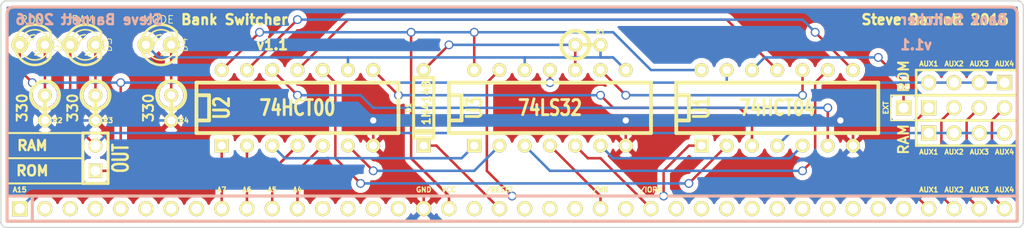
<source format=kicad_pcb>
(kicad_pcb (version 3) (host pcbnew "(2013-may-18)-stable")

  (general
    (links 55)
    (no_connects 0)
    (area 110.617 83.109999 220.5736 106.214333)
    (thickness 1.6)
    (drawings 54)
    (tracks 174)
    (zones 0)
    (modules 17)
    (nets 33)
  )

  (page A3)
  (layers
    (15 F.Cu signal)
    (0 B.Cu signal)
    (16 B.Adhes user)
    (17 F.Adhes user)
    (18 B.Paste user)
    (19 F.Paste user)
    (20 B.SilkS user)
    (21 F.SilkS user)
    (22 B.Mask user)
    (23 F.Mask user)
    (24 Dwgs.User user)
    (25 Cmts.User user)
    (26 Eco1.User user)
    (27 Eco2.User user)
    (28 Edge.Cuts user)
  )

  (setup
    (last_trace_width 0.254)
    (trace_clearance 0.254)
    (zone_clearance 0.508)
    (zone_45_only no)
    (trace_min 0.254)
    (segment_width 0.3048)
    (edge_width 0.15)
    (via_size 0.889)
    (via_drill 0.635)
    (via_min_size 0.889)
    (via_min_drill 0.508)
    (uvia_size 0.508)
    (uvia_drill 0.127)
    (uvias_allowed no)
    (uvia_min_size 0.508)
    (uvia_min_drill 0.127)
    (pcb_text_width 0.3)
    (pcb_text_size 1 1)
    (mod_edge_width 0.3048)
    (mod_text_size 1 1)
    (mod_text_width 0.15)
    (pad_size 1.397 1.397)
    (pad_drill 1.016)
    (pad_to_mask_clearance 0)
    (aux_axis_origin 113.03 82.55)
    (visible_elements 7FFFFFFF)
    (pcbplotparams
      (layerselection 284196865)
      (usegerberextensions true)
      (excludeedgelayer true)
      (linewidth 0.150000)
      (plotframeref false)
      (viasonmask false)
      (mode 1)
      (useauxorigin true)
      (hpglpennumber 1)
      (hpglpenspeed 20)
      (hpglpendiameter 15)
      (hpglpenoverlay 2)
      (psnegative false)
      (psa4output false)
      (plotreference true)
      (plotvalue true)
      (plotothertext true)
      (plotinvisibletext false)
      (padsonsilk false)
      (subtractmaskfromsilk false)
      (outputformat 1)
      (mirror false)
      (drillshape 0)
      (scaleselection 1)
      (outputdirectory v1_0/))
  )

  (net 0 "")
  (net 1 //IORQ)
  (net 2 //WR)
  (net 3 /A15)
  (net 4 /A4)
  (net 5 /A5)
  (net 6 /A6)
  (net 7 /A7)
  (net 8 /AUX1)
  (net 9 /AUX2)
  (net 10 /AUX3)
  (net 11 /AUX4)
  (net 12 /RAM_A15)
  (net 13 /RESET)
  (net 14 /ROM_A15)
  (net 15 /mode)
  (net 16 GND)
  (net 17 N-0000024)
  (net 18 N-0000025)
  (net 19 N-0000029)
  (net 20 N-0000034)
  (net 21 N-0000035)
  (net 22 N-0000037)
  (net 23 N-0000038)
  (net 24 N-0000039)
  (net 25 N-0000040)
  (net 26 N-0000049)
  (net 27 N-0000054)
  (net 28 N-0000055)
  (net 29 N-0000056)
  (net 30 N-0000057)
  (net 31 N-0000058)
  (net 32 VCC)

  (net_class Default "This is the default net class."
    (clearance 0.254)
    (trace_width 0.254)
    (via_dia 0.889)
    (via_drill 0.635)
    (uvia_dia 0.508)
    (uvia_drill 0.127)
    (add_net "")
    (add_net //IORQ)
    (add_net //WR)
    (add_net /A15)
    (add_net /A4)
    (add_net /A5)
    (add_net /A6)
    (add_net /A7)
    (add_net /AUX1)
    (add_net /AUX2)
    (add_net /AUX3)
    (add_net /AUX4)
    (add_net /RAM_A15)
    (add_net /RESET)
    (add_net /ROM_A15)
    (add_net /mode)
    (add_net GND)
    (add_net N-0000024)
    (add_net N-0000025)
    (add_net N-0000029)
    (add_net N-0000034)
    (add_net N-0000035)
    (add_net N-0000037)
    (add_net N-0000038)
    (add_net N-0000039)
    (add_net N-0000040)
    (add_net N-0000049)
    (add_net N-0000054)
    (add_net N-0000055)
    (add_net N-0000056)
    (add_net N-0000057)
    (add_net N-0000058)
    (add_net VCC)
  )

  (module SIL-40 (layer F.Cu) (tedit 575EC8C5) (tstamp 575F0AEF)
    (at 137.16 104.14)
    (descr "Connecteur 40 pins")
    (tags "CONN DEV")
    (path /575E8E08)
    (fp_text reference P1 (at 81.28 0 90) (layer F.SilkS) hide
      (effects (font (size 1.72974 1.08712) (thickness 0.27178)))
    )
    (fp_text value BUS (at -25.4 0 90) (layer F.SilkS) hide
      (effects (font (size 1.524 1.016) (thickness 0.254)))
    )
    (fp_line (start -22.86 -1.27) (end 78.74 -1.27) (layer F.SilkS) (width 0.3048))
    (fp_line (start 78.74 -1.27) (end 78.74 1.27) (layer F.SilkS) (width 0.3048))
    (fp_line (start 78.74 1.27) (end -22.86 1.27) (layer F.SilkS) (width 0.3048))
    (fp_line (start -22.86 1.27) (end -22.86 -1.27) (layer F.SilkS) (width 0.3048))
    (fp_line (start -20.32 -1.27) (end -20.32 1.27) (layer F.SilkS) (width 0.3048))
    (pad 1 thru_hole rect (at -21.59 0) (size 1.524 1.524) (drill 1.016)
      (layers *.Cu *.Mask F.SilkS)
      (net 3 /A15)
    )
    (pad 2 thru_hole circle (at -19.05 0) (size 1.524 1.524) (drill 1.016)
      (layers *.Cu *.Mask F.SilkS)
    )
    (pad 3 thru_hole circle (at -16.51 0) (size 1.524 1.524) (drill 1.016)
      (layers *.Cu *.Mask F.SilkS)
    )
    (pad 4 thru_hole circle (at -13.97 0) (size 1.524 1.524) (drill 1.016)
      (layers *.Cu *.Mask F.SilkS)
    )
    (pad 5 thru_hole circle (at -11.43 0) (size 1.524 1.524) (drill 1.016)
      (layers *.Cu *.Mask F.SilkS)
    )
    (pad 6 thru_hole circle (at -8.89 0) (size 1.524 1.524) (drill 1.016)
      (layers *.Cu *.Mask F.SilkS)
    )
    (pad 7 thru_hole circle (at -6.35 0) (size 1.524 1.524) (drill 1.016)
      (layers *.Cu *.Mask F.SilkS)
    )
    (pad 8 thru_hole circle (at -3.81 0) (size 1.524 1.524) (drill 1.016)
      (layers *.Cu *.Mask F.SilkS)
    )
    (pad 9 thru_hole circle (at -1.27 0) (size 1.524 1.524) (drill 1.016)
      (layers *.Cu *.Mask F.SilkS)
      (net 7 /A7)
    )
    (pad 10 thru_hole circle (at 1.27 0) (size 1.524 1.524) (drill 1.016)
      (layers *.Cu *.Mask F.SilkS)
      (net 6 /A6)
    )
    (pad 11 thru_hole circle (at 3.81 0) (size 1.524 1.524) (drill 1.016)
      (layers *.Cu *.Mask F.SilkS)
      (net 5 /A5)
    )
    (pad 12 thru_hole circle (at 6.35 0) (size 1.524 1.524) (drill 1.016)
      (layers *.Cu *.Mask F.SilkS)
      (net 4 /A4)
    )
    (pad 13 thru_hole circle (at 8.89 0) (size 1.524 1.524) (drill 1.016)
      (layers *.Cu *.Mask F.SilkS)
    )
    (pad 14 thru_hole circle (at 11.43 0) (size 1.524 1.524) (drill 1.016)
      (layers *.Cu *.Mask F.SilkS)
    )
    (pad 15 thru_hole circle (at 13.97 0) (size 1.524 1.524) (drill 1.016)
      (layers *.Cu *.Mask F.SilkS)
    )
    (pad 16 thru_hole circle (at 16.51 0) (size 1.524 1.524) (drill 1.016)
      (layers *.Cu *.Mask F.SilkS)
    )
    (pad 17 thru_hole circle (at 19.05 0) (size 1.524 1.524) (drill 1.016)
      (layers *.Cu *.Mask F.SilkS)
      (net 16 GND)
    )
    (pad 18 thru_hole circle (at 21.59 0) (size 1.524 1.524) (drill 1.016)
      (layers *.Cu *.Mask F.SilkS)
      (net 32 VCC)
    )
    (pad 19 thru_hole circle (at 24.13 0) (size 1.524 1.524) (drill 1.016)
      (layers *.Cu *.Mask F.SilkS)
    )
    (pad 20 thru_hole circle (at 26.67 0) (size 1.524 1.524) (drill 1.016)
      (layers *.Cu *.Mask F.SilkS)
      (net 13 /RESET)
    )
    (pad 21 thru_hole circle (at 29.21 0) (size 1.524 1.524) (drill 1.016)
      (layers *.Cu *.Mask F.SilkS)
    )
    (pad 22 thru_hole circle (at 31.75 0) (size 1.524 1.524) (drill 1.016)
      (layers *.Cu *.Mask F.SilkS)
    )
    (pad 23 thru_hole circle (at 34.29 0) (size 1.524 1.524) (drill 1.016)
      (layers *.Cu *.Mask F.SilkS)
    )
    (pad 25 thru_hole circle (at 39.37 0) (size 1.524 1.524) (drill 1.016)
      (layers *.Cu *.Mask F.SilkS)
    )
    (pad 26 thru_hole circle (at 41.91 0) (size 1.524 1.524) (drill 1.016)
      (layers *.Cu *.Mask F.SilkS)
      (net 1 //IORQ)
    )
    (pad 27 thru_hole circle (at 44.45 0) (size 1.524 1.524) (drill 1.016)
      (layers *.Cu *.Mask F.SilkS)
    )
    (pad 28 thru_hole circle (at 46.99 0) (size 1.524 1.524) (drill 1.016)
      (layers *.Cu *.Mask F.SilkS)
    )
    (pad 29 thru_hole circle (at 49.53 0) (size 1.524 1.524) (drill 1.016)
      (layers *.Cu *.Mask F.SilkS)
    )
    (pad 30 thru_hole circle (at 52.07 0) (size 1.524 1.524) (drill 1.016)
      (layers *.Cu *.Mask F.SilkS)
    )
    (pad 31 thru_hole circle (at 54.61 0) (size 1.524 1.524) (drill 1.016)
      (layers *.Cu *.Mask F.SilkS)
    )
    (pad 32 thru_hole circle (at 57.15 0) (size 1.524 1.524) (drill 1.016)
      (layers *.Cu *.Mask F.SilkS)
    )
    (pad 33 thru_hole circle (at 59.69 0) (size 1.524 1.524) (drill 1.016)
      (layers *.Cu *.Mask F.SilkS)
    )
    (pad 34 thru_hole circle (at 62.23 0) (size 1.524 1.524) (drill 1.016)
      (layers *.Cu *.Mask F.SilkS)
    )
    (pad 35 thru_hole circle (at 64.77 0) (size 1.524 1.524) (drill 1.016)
      (layers *.Cu *.Mask F.SilkS)
    )
    (pad 36 thru_hole circle (at 67.31 0) (size 1.524 1.524) (drill 1.016)
      (layers *.Cu *.Mask F.SilkS)
    )
    (pad 37 thru_hole circle (at 69.85 0) (size 1.524 1.524) (drill 1.016)
      (layers *.Cu *.Mask F.SilkS)
      (net 8 /AUX1)
    )
    (pad 38 thru_hole circle (at 72.39 0) (size 1.524 1.524) (drill 1.016)
      (layers *.Cu *.Mask F.SilkS)
      (net 9 /AUX2)
    )
    (pad 39 thru_hole circle (at 74.93 0) (size 1.524 1.524) (drill 1.016)
      (layers *.Cu *.Mask F.SilkS)
      (net 10 /AUX3)
    )
    (pad 40 thru_hole circle (at 77.47 0) (size 1.524 1.524) (drill 1.016)
      (layers *.Cu *.Mask F.SilkS)
      (net 11 /AUX4)
    )
    (pad 24 thru_hole circle (at 36.83 0) (size 1.524 1.524) (drill 1.016)
      (layers *.Cu *.Mask F.SilkS)
      (net 2 //WR)
    )
  )

  (module SIL-2 (layer F.Cu) (tedit 57743989) (tstamp 575E92EC)
    (at 123.19 99.06 90)
    (descr "Connecteurs 2 pins")
    (tags "CONN DEV")
    (path /575E8DC7)
    (fp_text reference P3 (at 0 5.08 90) (layer F.SilkS) hide
      (effects (font (size 1.72974 1.08712) (thickness 0.27178)))
    )
    (fp_text value OUT (at 0 2.54 90) (layer F.SilkS)
      (effects (font (size 1.524 1.016) (thickness 0.254)))
    )
    (fp_line (start -2.54 1.27) (end -2.54 -1.27) (layer F.SilkS) (width 0.3048))
    (fp_line (start -2.54 -1.27) (end 2.54 -1.27) (layer F.SilkS) (width 0.3048))
    (fp_line (start 2.54 -1.27) (end 2.54 1.27) (layer F.SilkS) (width 0.3048))
    (fp_line (start 2.54 1.27) (end -2.54 1.27) (layer F.SilkS) (width 0.3048))
    (pad 1 thru_hole rect (at -1.27 0 90) (size 1.397 1.397) (drill 1.016)
      (layers *.Cu *.Mask F.SilkS)
      (net 14 /ROM_A15)
    )
    (pad 2 thru_hole circle (at 1.27 0 90) (size 1.397 1.397) (drill 1.016)
      (layers *.Cu *.Mask F.SilkS)
      (net 12 /RAM_A15)
    )
  )

  (module DIP-14__300 (layer F.Cu) (tedit 575EA7CD) (tstamp 575E935E)
    (at 191.77 93.98)
    (descr "14 pins DIL package, round pads")
    (tags DIL)
    (path /575E8C5F)
    (fp_text reference U1 (at -7.62 0 90) (layer F.SilkS)
      (effects (font (size 1.524 1.143) (thickness 0.3048)))
    )
    (fp_text value 74HCT04 (at 0 0) (layer F.SilkS)
      (effects (font (size 1.524 1.143) (thickness 0.3048)))
    )
    (fp_line (start -10.16 -2.54) (end 10.16 -2.54) (layer F.SilkS) (width 0.381))
    (fp_line (start 10.16 2.54) (end -10.16 2.54) (layer F.SilkS) (width 0.381))
    (fp_line (start -10.16 2.54) (end -10.16 -2.54) (layer F.SilkS) (width 0.381))
    (fp_line (start -10.16 -1.27) (end -8.89 -1.27) (layer F.SilkS) (width 0.381))
    (fp_line (start -8.89 -1.27) (end -8.89 1.27) (layer F.SilkS) (width 0.381))
    (fp_line (start -8.89 1.27) (end -10.16 1.27) (layer F.SilkS) (width 0.381))
    (fp_line (start 10.16 -2.54) (end 10.16 2.54) (layer F.SilkS) (width 0.381))
    (pad 1 thru_hole rect (at -7.62 3.81) (size 1.397 1.397) (drill 0.812799)
      (layers *.Cu *.Mask F.SilkS)
      (net 3 /A15)
    )
    (pad 2 thru_hole circle (at -5.08 3.81) (size 1.397 1.397) (drill 0.812799)
      (layers *.Cu *.Mask F.SilkS)
      (net 27 N-0000054)
    )
    (pad 3 thru_hole circle (at -2.54 3.81) (size 1.397 1.397) (drill 0.812799)
      (layers *.Cu *.Mask F.SilkS)
      (net 26 N-0000049)
    )
    (pad 4 thru_hole circle (at 0 3.81) (size 1.397 1.397) (drill 0.812799)
      (layers *.Cu *.Mask F.SilkS)
      (net 12 /RAM_A15)
    )
    (pad 5 thru_hole circle (at 2.54 3.81) (size 1.397 1.397) (drill 0.812799)
      (layers *.Cu *.Mask F.SilkS)
      (net 28 N-0000055)
    )
    (pad 6 thru_hole circle (at 5.08 3.81) (size 1.397 1.397) (drill 0.812799)
      (layers *.Cu *.Mask F.SilkS)
      (net 20 N-0000034)
    )
    (pad 7 thru_hole circle (at 7.62 3.81) (size 1.397 1.397) (drill 0.812799)
      (layers *.Cu *.Mask F.SilkS)
      (net 16 GND)
    )
    (pad 8 thru_hole circle (at 7.62 -3.81) (size 1.397 1.397) (drill 0.812799)
      (layers *.Cu *.Mask F.SilkS)
      (net 19 N-0000029)
    )
    (pad 9 thru_hole circle (at 5.08 -3.81) (size 1.397 1.397) (drill 0.812799)
      (layers *.Cu *.Mask F.SilkS)
      (net 30 N-0000057)
    )
    (pad 10 thru_hole circle (at 2.54 -3.81) (size 1.397 1.397) (drill 0.812799)
      (layers *.Cu *.Mask F.SilkS)
      (net 17 N-0000024)
    )
    (pad 11 thru_hole circle (at 0 -3.81) (size 1.397 1.397) (drill 0.812799)
      (layers *.Cu *.Mask F.SilkS)
      (net 18 N-0000025)
    )
    (pad 12 thru_hole circle (at -2.54 -3.81) (size 1.397 1.397) (drill 0.812799)
      (layers *.Cu *.Mask F.SilkS)
      (net 25 N-0000040)
    )
    (pad 13 thru_hole circle (at -5.08 -3.81) (size 1.397 1.397) (drill 0.812799)
      (layers *.Cu *.Mask F.SilkS)
      (net 14 /ROM_A15)
    )
    (pad 14 thru_hole circle (at -7.62 -3.81) (size 1.397 1.397) (drill 0.812799)
      (layers *.Cu *.Mask F.SilkS)
      (net 32 VCC)
    )
    (model dil/dil_14.wrl
      (at (xyz 0 0 0))
      (scale (xyz 1 1 1))
      (rotate (xyz 0 0 0))
    )
  )

  (module DIP-14__300 (layer F.Cu) (tedit 575EA7C9) (tstamp 575E9390)
    (at 168.91 93.98)
    (descr "14 pins DIL package, round pads")
    (tags DIL)
    (path /5754A149)
    (fp_text reference U3 (at -7.62 0 90) (layer F.SilkS)
      (effects (font (size 1.524 1.143) (thickness 0.3048)))
    )
    (fp_text value 74LS32 (at 0 0) (layer F.SilkS)
      (effects (font (size 1.524 1.143) (thickness 0.28575)))
    )
    (fp_line (start -10.16 -2.54) (end 10.16 -2.54) (layer F.SilkS) (width 0.381))
    (fp_line (start 10.16 2.54) (end -10.16 2.54) (layer F.SilkS) (width 0.381))
    (fp_line (start -10.16 2.54) (end -10.16 -2.54) (layer F.SilkS) (width 0.381))
    (fp_line (start -10.16 -1.27) (end -8.89 -1.27) (layer F.SilkS) (width 0.381))
    (fp_line (start -8.89 -1.27) (end -8.89 1.27) (layer F.SilkS) (width 0.381))
    (fp_line (start -8.89 1.27) (end -10.16 1.27) (layer F.SilkS) (width 0.381))
    (fp_line (start 10.16 -2.54) (end 10.16 2.54) (layer F.SilkS) (width 0.381))
    (pad 1 thru_hole rect (at -7.62 3.81) (size 1.397 1.397) (drill 0.812799)
      (layers *.Cu *.Mask F.SilkS)
      (net 29 N-0000056)
    )
    (pad 2 thru_hole circle (at -5.08 3.81) (size 1.397 1.397) (drill 0.812799)
      (layers *.Cu *.Mask F.SilkS)
      (net 31 N-0000058)
    )
    (pad 3 thru_hole circle (at -2.54 3.81) (size 1.397 1.397) (drill 0.812799)
      (layers *.Cu *.Mask F.SilkS)
      (net 30 N-0000057)
    )
    (pad 4 thru_hole circle (at 0 3.81) (size 1.397 1.397) (drill 0.812799)
      (layers *.Cu *.Mask F.SilkS)
      (net 2 //WR)
    )
    (pad 5 thru_hole circle (at 2.54 3.81) (size 1.397 1.397) (drill 0.812799)
      (layers *.Cu *.Mask F.SilkS)
      (net 1 //IORQ)
    )
    (pad 6 thru_hole circle (at 5.08 3.81) (size 1.397 1.397) (drill 0.812799)
      (layers *.Cu *.Mask F.SilkS)
      (net 28 N-0000055)
    )
    (pad 7 thru_hole circle (at 7.62 3.81) (size 1.397 1.397) (drill 0.812799)
      (layers *.Cu *.Mask F.SilkS)
      (net 16 GND)
    )
    (pad 8 thru_hole circle (at 7.62 -3.81) (size 1.397 1.397) (drill 0.812799)
      (layers *.Cu *.Mask F.SilkS)
      (net 15 /mode)
    )
    (pad 9 thru_hole circle (at 5.08 -3.81) (size 1.397 1.397) (drill 0.812799)
      (layers *.Cu *.Mask F.SilkS)
      (net 17 N-0000024)
    )
    (pad 10 thru_hole circle (at 2.54 -3.81) (size 1.397 1.397) (drill 0.812799)
      (layers *.Cu *.Mask F.SilkS)
      (net 21 N-0000035)
    )
    (pad 11 thru_hole circle (at 0 -3.81) (size 1.397 1.397) (drill 0.812799)
      (layers *.Cu *.Mask F.SilkS)
      (net 14 /ROM_A15)
    )
    (pad 12 thru_hole circle (at -2.54 -3.81) (size 1.397 1.397) (drill 0.812799)
      (layers *.Cu *.Mask F.SilkS)
      (net 15 /mode)
    )
    (pad 13 thru_hole circle (at -5.08 -3.81) (size 1.397 1.397) (drill 0.812799)
      (layers *.Cu *.Mask F.SilkS)
      (net 3 /A15)
    )
    (pad 14 thru_hole circle (at -7.62 -3.81) (size 1.397 1.397) (drill 0.812799)
      (layers *.Cu *.Mask F.SilkS)
      (net 32 VCC)
    )
    (model dil/dil_14.wrl
      (at (xyz 0 0 0))
      (scale (xyz 1 1 1))
      (rotate (xyz 0 0 0))
    )
  )

  (module LED-3MM (layer F.Cu) (tedit 575EB4A9) (tstamp 575EF3D3)
    (at 116.84 87.63)
    (descr "LED 3mm - Lead pitch 100mil (2,54mm)")
    (tags "LED led 3mm 3MM 100mil 2,54mm")
    (path /575ECED4)
    (fp_text reference D2 (at 2.54 0 90) (layer F.SilkS)
      (effects (font (size 0.762 0.762) (thickness 0.0889)))
    )
    (fp_text value ROM (at 0 -2.54) (layer F.SilkS)
      (effects (font (size 0.762 0.762) (thickness 0.0889)))
    )
    (fp_line (start 1.8288 1.27) (end 1.8288 -1.27) (layer F.SilkS) (width 0.254))
    (fp_arc (start 0.254 0) (end -1.27 0) (angle 39.8) (layer F.SilkS) (width 0.1524))
    (fp_arc (start 0.254 0) (end -0.88392 1.01092) (angle 41.6) (layer F.SilkS) (width 0.1524))
    (fp_arc (start 0.254 0) (end 1.4097 -0.9906) (angle 40.6) (layer F.SilkS) (width 0.1524))
    (fp_arc (start 0.254 0) (end 1.778 0) (angle 39.8) (layer F.SilkS) (width 0.1524))
    (fp_arc (start 0.254 0) (end 0.254 -1.524) (angle 54.4) (layer F.SilkS) (width 0.1524))
    (fp_arc (start 0.254 0) (end -0.9652 -0.9144) (angle 53.1) (layer F.SilkS) (width 0.1524))
    (fp_arc (start 0.254 0) (end 1.45542 0.93472) (angle 52.1) (layer F.SilkS) (width 0.1524))
    (fp_arc (start 0.254 0) (end 0.254 1.524) (angle 52.1) (layer F.SilkS) (width 0.1524))
    (fp_arc (start 0.254 0) (end -0.381 0) (angle 90) (layer F.SilkS) (width 0.1524))
    (fp_arc (start 0.254 0) (end -0.762 0) (angle 90) (layer F.SilkS) (width 0.1524))
    (fp_arc (start 0.254 0) (end 0.889 0) (angle 90) (layer F.SilkS) (width 0.1524))
    (fp_arc (start 0.254 0) (end 1.27 0) (angle 90) (layer F.SilkS) (width 0.1524))
    (fp_arc (start 0.254 0) (end 0.254 -2.032) (angle 50.1) (layer F.SilkS) (width 0.254))
    (fp_arc (start 0.254 0) (end -1.5367 -0.95504) (angle 61.9) (layer F.SilkS) (width 0.254))
    (fp_arc (start 0.254 0) (end 1.8034 1.31064) (angle 49.7) (layer F.SilkS) (width 0.254))
    (fp_arc (start 0.254 0) (end 0.254 2.032) (angle 60.2) (layer F.SilkS) (width 0.254))
    (fp_arc (start 0.254 0) (end -1.778 0) (angle 28.3) (layer F.SilkS) (width 0.254))
    (fp_arc (start 0.254 0) (end -1.47574 1.06426) (angle 31.6) (layer F.SilkS) (width 0.254))
    (pad 1 thru_hole circle (at -1.27 0) (size 1.6764 1.6764) (drill 0.812799)
      (layers *.Cu *.Mask F.SilkS)
      (net 14 /ROM_A15)
    )
    (pad 2 thru_hole circle (at 1.27 0) (size 1.6764 1.6764) (drill 0.812799)
      (layers *.Cu *.Mask F.SilkS)
      (net 22 N-0000037)
    )
    (model discret/leds/led3_vertical_verde.wrl
      (at (xyz 0 0 0))
      (scale (xyz 1 1 1))
      (rotate (xyz 0 0 0))
    )
  )

  (module LED-3MM (layer F.Cu) (tedit 575EB4A7) (tstamp 575EF3EC)
    (at 121.92 87.63)
    (descr "LED 3mm - Lead pitch 100mil (2,54mm)")
    (tags "LED led 3mm 3MM 100mil 2,54mm")
    (path /575ECEE1)
    (fp_text reference D3 (at 2.54 0 90) (layer F.SilkS)
      (effects (font (size 0.762 0.762) (thickness 0.0889)))
    )
    (fp_text value RAM (at 0 -2.54) (layer F.SilkS)
      (effects (font (size 0.762 0.762) (thickness 0.0889)))
    )
    (fp_line (start 1.8288 1.27) (end 1.8288 -1.27) (layer F.SilkS) (width 0.254))
    (fp_arc (start 0.254 0) (end -1.27 0) (angle 39.8) (layer F.SilkS) (width 0.1524))
    (fp_arc (start 0.254 0) (end -0.88392 1.01092) (angle 41.6) (layer F.SilkS) (width 0.1524))
    (fp_arc (start 0.254 0) (end 1.4097 -0.9906) (angle 40.6) (layer F.SilkS) (width 0.1524))
    (fp_arc (start 0.254 0) (end 1.778 0) (angle 39.8) (layer F.SilkS) (width 0.1524))
    (fp_arc (start 0.254 0) (end 0.254 -1.524) (angle 54.4) (layer F.SilkS) (width 0.1524))
    (fp_arc (start 0.254 0) (end -0.9652 -0.9144) (angle 53.1) (layer F.SilkS) (width 0.1524))
    (fp_arc (start 0.254 0) (end 1.45542 0.93472) (angle 52.1) (layer F.SilkS) (width 0.1524))
    (fp_arc (start 0.254 0) (end 0.254 1.524) (angle 52.1) (layer F.SilkS) (width 0.1524))
    (fp_arc (start 0.254 0) (end -0.381 0) (angle 90) (layer F.SilkS) (width 0.1524))
    (fp_arc (start 0.254 0) (end -0.762 0) (angle 90) (layer F.SilkS) (width 0.1524))
    (fp_arc (start 0.254 0) (end 0.889 0) (angle 90) (layer F.SilkS) (width 0.1524))
    (fp_arc (start 0.254 0) (end 1.27 0) (angle 90) (layer F.SilkS) (width 0.1524))
    (fp_arc (start 0.254 0) (end 0.254 -2.032) (angle 50.1) (layer F.SilkS) (width 0.254))
    (fp_arc (start 0.254 0) (end -1.5367 -0.95504) (angle 61.9) (layer F.SilkS) (width 0.254))
    (fp_arc (start 0.254 0) (end 1.8034 1.31064) (angle 49.7) (layer F.SilkS) (width 0.254))
    (fp_arc (start 0.254 0) (end 0.254 2.032) (angle 60.2) (layer F.SilkS) (width 0.254))
    (fp_arc (start 0.254 0) (end -1.778 0) (angle 28.3) (layer F.SilkS) (width 0.254))
    (fp_arc (start 0.254 0) (end -1.47574 1.06426) (angle 31.6) (layer F.SilkS) (width 0.254))
    (pad 1 thru_hole circle (at -1.27 0) (size 1.6764 1.6764) (drill 0.812799)
      (layers *.Cu *.Mask F.SilkS)
      (net 12 /RAM_A15)
    )
    (pad 2 thru_hole circle (at 1.27 0) (size 1.6764 1.6764) (drill 0.812799)
      (layers *.Cu *.Mask F.SilkS)
      (net 24 N-0000039)
    )
    (model discret/leds/led3_vertical_verde.wrl
      (at (xyz 0 0 0))
      (scale (xyz 1 1 1))
      (rotate (xyz 0 0 0))
    )
  )

  (module LED-3MM (layer F.Cu) (tedit 575EB4AB) (tstamp 575EF405)
    (at 129.54 87.63)
    (descr "LED 3mm - Lead pitch 100mil (2,54mm)")
    (tags "LED led 3mm 3MM 100mil 2,54mm")
    (path /575ECEE7)
    (fp_text reference D4 (at 2.54 0 90) (layer F.SilkS)
      (effects (font (size 0.762 0.762) (thickness 0.0889)))
    )
    (fp_text value MODE (at 0 -2.54) (layer F.SilkS)
      (effects (font (size 0.762 0.762) (thickness 0.0889)))
    )
    (fp_line (start 1.8288 1.27) (end 1.8288 -1.27) (layer F.SilkS) (width 0.254))
    (fp_arc (start 0.254 0) (end -1.27 0) (angle 39.8) (layer F.SilkS) (width 0.1524))
    (fp_arc (start 0.254 0) (end -0.88392 1.01092) (angle 41.6) (layer F.SilkS) (width 0.1524))
    (fp_arc (start 0.254 0) (end 1.4097 -0.9906) (angle 40.6) (layer F.SilkS) (width 0.1524))
    (fp_arc (start 0.254 0) (end 1.778 0) (angle 39.8) (layer F.SilkS) (width 0.1524))
    (fp_arc (start 0.254 0) (end 0.254 -1.524) (angle 54.4) (layer F.SilkS) (width 0.1524))
    (fp_arc (start 0.254 0) (end -0.9652 -0.9144) (angle 53.1) (layer F.SilkS) (width 0.1524))
    (fp_arc (start 0.254 0) (end 1.45542 0.93472) (angle 52.1) (layer F.SilkS) (width 0.1524))
    (fp_arc (start 0.254 0) (end 0.254 1.524) (angle 52.1) (layer F.SilkS) (width 0.1524))
    (fp_arc (start 0.254 0) (end -0.381 0) (angle 90) (layer F.SilkS) (width 0.1524))
    (fp_arc (start 0.254 0) (end -0.762 0) (angle 90) (layer F.SilkS) (width 0.1524))
    (fp_arc (start 0.254 0) (end 0.889 0) (angle 90) (layer F.SilkS) (width 0.1524))
    (fp_arc (start 0.254 0) (end 1.27 0) (angle 90) (layer F.SilkS) (width 0.1524))
    (fp_arc (start 0.254 0) (end 0.254 -2.032) (angle 50.1) (layer F.SilkS) (width 0.254))
    (fp_arc (start 0.254 0) (end -1.5367 -0.95504) (angle 61.9) (layer F.SilkS) (width 0.254))
    (fp_arc (start 0.254 0) (end 1.8034 1.31064) (angle 49.7) (layer F.SilkS) (width 0.254))
    (fp_arc (start 0.254 0) (end 0.254 2.032) (angle 60.2) (layer F.SilkS) (width 0.254))
    (fp_arc (start 0.254 0) (end -1.778 0) (angle 28.3) (layer F.SilkS) (width 0.254))
    (fp_arc (start 0.254 0) (end -1.47574 1.06426) (angle 31.6) (layer F.SilkS) (width 0.254))
    (pad 1 thru_hole circle (at -1.27 0) (size 1.6764 1.6764) (drill 0.812799)
      (layers *.Cu *.Mask F.SilkS)
      (net 15 /mode)
    )
    (pad 2 thru_hole circle (at 1.27 0) (size 1.6764 1.6764) (drill 0.812799)
      (layers *.Cu *.Mask F.SilkS)
      (net 23 N-0000038)
    )
    (model discret/leds/led3_vertical_verde.wrl
      (at (xyz 0 0 0))
      (scale (xyz 1 1 1))
      (rotate (xyz 0 0 0))
    )
  )

  (module D3 (layer F.Cu) (tedit 575EB650) (tstamp 575E939E)
    (at 156.21 93.98 270)
    (descr "Diode 3 pas")
    (tags "DIODE DEV")
    (path /575E9745)
    (fp_text reference D1 (at 0 1.524 270) (layer F.SilkS)
      (effects (font (size 0.5 0.5) (thickness 0.125)))
    )
    (fp_text value 1N4148 (at -0.508 -0.254 270) (layer F.SilkS)
      (effects (font (size 0.786 0.768) (thickness 0.192)))
    )
    (fp_line (start 3.81 0) (end 3.048 0) (layer F.SilkS) (width 0.3048))
    (fp_line (start 3.048 0) (end 3.048 -1.016) (layer F.SilkS) (width 0.3048))
    (fp_line (start 3.048 -1.016) (end -3.048 -1.016) (layer F.SilkS) (width 0.3048))
    (fp_line (start -3.048 -1.016) (end -3.048 0) (layer F.SilkS) (width 0.3048))
    (fp_line (start -3.048 0) (end -3.81 0) (layer F.SilkS) (width 0.3048))
    (fp_line (start -3.048 0) (end -3.048 1.016) (layer F.SilkS) (width 0.3048))
    (fp_line (start -3.048 1.016) (end 3.048 1.016) (layer F.SilkS) (width 0.3048))
    (fp_line (start 3.048 1.016) (end 3.048 0) (layer F.SilkS) (width 0.3048))
    (fp_line (start 2.54 -1.016) (end 2.54 1.016) (layer F.SilkS) (width 0.3048))
    (fp_line (start 2.286 1.016) (end 2.286 -1.016) (layer F.SilkS) (width 0.3048))
    (pad 2 thru_hole rect (at 3.81 0 270) (size 1.397 1.397) (drill 0.812799)
      (layers *.Cu *.Mask F.SilkS)
      (net 13 /RESET)
    )
    (pad 1 thru_hole circle (at -3.81 0 270) (size 1.397 1.397) (drill 0.812799)
      (layers *.Cu *.Mask F.SilkS)
      (net 21 N-0000035)
    )
    (model discret/diode.wrl
      (at (xyz 0 0 0))
      (scale (xyz 0.3 0.3 0.3))
      (rotate (xyz 0 0 0))
    )
  )

  (module R1 (layer F.Cu) (tedit 575EB516) (tstamp 575E930C)
    (at 172.72 87.63)
    (descr "Resistance verticale")
    (tags R)
    (path /575E9960)
    (autoplace_cost90 10)
    (autoplace_cost180 10)
    (fp_text reference R1 (at 1.27 -1.27) (layer F.SilkS)
      (effects (font (size 0.5 0.5) (thickness 0.125)))
    )
    (fp_text value 1K2 (at -3.556 0 90) (layer F.SilkS) hide
      (effects (font (size 1 1) (thickness 0.2032)))
    )
    (fp_line (start -1.27 0) (end 1.27 0) (layer F.SilkS) (width 0.381))
    (fp_circle (center -1.27 0) (end -0.635 1.27) (layer F.SilkS) (width 0.381))
    (pad 1 thru_hole circle (at -1.27 0) (size 1.397 1.397) (drill 0.812799)
      (layers *.Cu *.Mask F.SilkS)
      (net 21 N-0000035)
    )
    (pad 2 thru_hole circle (at 1.27 0) (size 1.397 1.397) (drill 0.812799)
      (layers *.Cu *.Mask F.SilkS)
      (net 15 /mode)
    )
    (model discret/verti_resistor.wrl
      (at (xyz 0 0 0))
      (scale (xyz 1 1 1))
      (rotate (xyz 0 0 0))
    )
  )

  (module R1 (layer F.Cu) (tedit 575EB490) (tstamp 575EF39E)
    (at 118.11 93.98 270)
    (descr "Resistance verticale")
    (tags R)
    (path /575ED1CD)
    (autoplace_cost90 10)
    (autoplace_cost180 10)
    (fp_text reference R2 (at 1.27 -1.27 360) (layer F.SilkS)
      (effects (font (size 0.5 0.5) (thickness 0.125)))
    )
    (fp_text value 330 (at 0 2.286 270) (layer F.SilkS)
      (effects (font (size 1 1) (thickness 0.2032)))
    )
    (fp_line (start -1.27 0) (end 1.27 0) (layer F.SilkS) (width 0.381))
    (fp_circle (center -1.27 0) (end -0.635 1.27) (layer F.SilkS) (width 0.381))
    (pad 1 thru_hole circle (at -1.27 0 270) (size 1.397 1.397) (drill 0.812799)
      (layers *.Cu *.Mask F.SilkS)
      (net 22 N-0000037)
    )
    (pad 2 thru_hole circle (at 1.27 0 270) (size 1.397 1.397) (drill 0.812799)
      (layers *.Cu *.Mask F.SilkS)
      (net 16 GND)
    )
    (model discret/verti_resistor.wrl
      (at (xyz 0 0 0))
      (scale (xyz 1 1 1))
      (rotate (xyz 0 0 0))
    )
  )

  (module R1 (layer F.Cu) (tedit 575EB493) (tstamp 575EF3AC)
    (at 123.19 93.98 270)
    (descr "Resistance verticale")
    (tags R)
    (path /575ED1DA)
    (autoplace_cost90 10)
    (autoplace_cost180 10)
    (fp_text reference R3 (at 1.27 -1.27 360) (layer F.SilkS)
      (effects (font (size 0.5 0.5) (thickness 0.125)))
    )
    (fp_text value 330 (at 0 2.286 270) (layer F.SilkS)
      (effects (font (size 1 1) (thickness 0.2032)))
    )
    (fp_line (start -1.27 0) (end 1.27 0) (layer F.SilkS) (width 0.381))
    (fp_circle (center -1.27 0) (end -0.635 1.27) (layer F.SilkS) (width 0.381))
    (pad 1 thru_hole circle (at -1.27 0 270) (size 1.397 1.397) (drill 0.812799)
      (layers *.Cu *.Mask F.SilkS)
      (net 24 N-0000039)
    )
    (pad 2 thru_hole circle (at 1.27 0 270) (size 1.397 1.397) (drill 0.812799)
      (layers *.Cu *.Mask F.SilkS)
      (net 16 GND)
    )
    (model discret/verti_resistor.wrl
      (at (xyz 0 0 0))
      (scale (xyz 1 1 1))
      (rotate (xyz 0 0 0))
    )
  )

  (module R1 (layer F.Cu) (tedit 575EB497) (tstamp 575F08A0)
    (at 130.81 93.98 270)
    (descr "Resistance verticale")
    (tags R)
    (path /575ED1E0)
    (autoplace_cost90 10)
    (autoplace_cost180 10)
    (fp_text reference R4 (at 1.27 -1.27 360) (layer F.SilkS)
      (effects (font (size 0.5 0.5) (thickness 0.125)))
    )
    (fp_text value 330 (at 0 2.286 270) (layer F.SilkS)
      (effects (font (size 1 1) (thickness 0.2032)))
    )
    (fp_line (start -1.27 0) (end 1.27 0) (layer F.SilkS) (width 0.381))
    (fp_circle (center -1.27 0) (end -0.635 1.27) (layer F.SilkS) (width 0.381))
    (pad 1 thru_hole circle (at -1.27 0 270) (size 1.397 1.397) (drill 0.812799)
      (layers *.Cu *.Mask F.SilkS)
      (net 23 N-0000038)
    )
    (pad 2 thru_hole circle (at 1.27 0 270) (size 1.397 1.397) (drill 0.812799)
      (layers *.Cu *.Mask F.SilkS)
      (net 16 GND)
    )
    (model discret/verti_resistor.wrl
      (at (xyz 0 0 0))
      (scale (xyz 1 1 1))
      (rotate (xyz 0 0 0))
    )
  )

  (module PIN_ARRAY_4x1 (layer F.Cu) (tedit 575EB427) (tstamp 575F0146)
    (at 210.82 91.44 180)
    (descr "Double rangee de contacts 2 x 5 pins")
    (tags CONN)
    (path /575ED8DB)
    (fp_text reference P2 (at -7.62 0 270) (layer F.SilkS) hide
      (effects (font (size 1.016 1.016) (thickness 0.2032)))
    )
    (fp_text value ROM (at 6.35 0.635 270) (layer F.SilkS)
      (effects (font (size 1.016 1.016) (thickness 0.2032)))
    )
    (fp_line (start 5.08 1.27) (end -5.08 1.27) (layer F.SilkS) (width 0.254))
    (fp_line (start 5.08 -1.27) (end -5.08 -1.27) (layer F.SilkS) (width 0.254))
    (fp_line (start -5.08 -1.27) (end -5.08 1.27) (layer F.SilkS) (width 0.254))
    (fp_line (start 5.08 1.27) (end 5.08 -1.27) (layer F.SilkS) (width 0.254))
    (pad 1 thru_hole rect (at -3.81 0 180) (size 1.524 1.524) (drill 1.016)
      (layers *.Cu *.Mask F.SilkS)
      (net 14 /ROM_A15)
    )
    (pad 2 thru_hole circle (at -1.27 0 180) (size 1.524 1.524) (drill 1.016)
      (layers *.Cu *.Mask F.SilkS)
      (net 14 /ROM_A15)
    )
    (pad 3 thru_hole circle (at 1.27 0 180) (size 1.524 1.524) (drill 1.016)
      (layers *.Cu *.Mask F.SilkS)
      (net 14 /ROM_A15)
    )
    (pad 4 thru_hole circle (at 3.81 0 180) (size 1.524 1.524) (drill 1.016)
      (layers *.Cu *.Mask F.SilkS)
      (net 14 /ROM_A15)
    )
    (model pin_array\pins_array_4x1.wrl
      (at (xyz 0 0 0))
      (scale (xyz 1 1 1))
      (rotate (xyz 0 0 0))
    )
  )

  (module PIN_ARRAY_4x1 (layer F.Cu) (tedit 575EB42A) (tstamp 575E931C)
    (at 210.82 96.52)
    (descr "Double rangee de contacts 2 x 5 pins")
    (tags CONN)
    (path /575ED8F2)
    (fp_text reference P4 (at 7.62 0 90) (layer F.SilkS) hide
      (effects (font (size 1.016 1.016) (thickness 0.2032)))
    )
    (fp_text value RAM (at -6.35 0.635 90) (layer F.SilkS)
      (effects (font (size 1.016 1.016) (thickness 0.2032)))
    )
    (fp_line (start 5.08 1.27) (end -5.08 1.27) (layer F.SilkS) (width 0.254))
    (fp_line (start 5.08 -1.27) (end -5.08 -1.27) (layer F.SilkS) (width 0.254))
    (fp_line (start -5.08 -1.27) (end -5.08 1.27) (layer F.SilkS) (width 0.254))
    (fp_line (start 5.08 1.27) (end 5.08 -1.27) (layer F.SilkS) (width 0.254))
    (pad 1 thru_hole rect (at -3.81 0) (size 1.524 1.524) (drill 1.016)
      (layers *.Cu *.Mask F.SilkS)
      (net 12 /RAM_A15)
    )
    (pad 2 thru_hole circle (at -1.27 0) (size 1.524 1.524) (drill 1.016)
      (layers *.Cu *.Mask F.SilkS)
      (net 12 /RAM_A15)
    )
    (pad 3 thru_hole circle (at 1.27 0) (size 1.524 1.524) (drill 1.016)
      (layers *.Cu *.Mask F.SilkS)
      (net 12 /RAM_A15)
    )
    (pad 4 thru_hole circle (at 3.81 0) (size 1.524 1.524) (drill 1.016)
      (layers *.Cu *.Mask F.SilkS)
      (net 12 /RAM_A15)
    )
    (model pin_array\pins_array_4x1.wrl
      (at (xyz 0 0 0))
      (scale (xyz 1 1 1))
      (rotate (xyz 0 0 0))
    )
  )

  (module PIN_ARRAY_4x1 (layer F.Cu) (tedit 575EBAD5) (tstamp 575E932C)
    (at 210.82 93.98)
    (descr "Double rangee de contacts 2 x 5 pins")
    (tags CONN)
    (path /575ED8F8)
    (fp_text reference P5 (at 7.62 0 90) (layer F.SilkS) hide
      (effects (font (size 1.016 1.016) (thickness 0.2032)))
    )
    (fp_text value AUX (at 8.89 0 90) (layer F.SilkS) hide
      (effects (font (size 1.016 1.016) (thickness 0.2032)))
    )
    (fp_line (start 5.08 1.27) (end -5.08 1.27) (layer F.SilkS) (width 0.254))
    (fp_line (start 5.08 -1.27) (end -5.08 -1.27) (layer F.SilkS) (width 0.254))
    (fp_line (start -5.08 -1.27) (end -5.08 1.27) (layer F.SilkS) (width 0.254))
    (fp_line (start 5.08 1.27) (end 5.08 -1.27) (layer F.SilkS) (width 0.254))
    (pad 1 thru_hole rect (at -3.81 0) (size 1.524 1.524) (drill 1.016)
      (layers *.Cu *.Mask F.SilkS)
      (net 8 /AUX1)
    )
    (pad 2 thru_hole circle (at -1.27 0) (size 1.524 1.524) (drill 1.016)
      (layers *.Cu *.Mask F.SilkS)
      (net 9 /AUX2)
    )
    (pad 3 thru_hole circle (at 1.27 0) (size 1.524 1.524) (drill 1.016)
      (layers *.Cu *.Mask F.SilkS)
      (net 10 /AUX3)
    )
    (pad 4 thru_hole circle (at 3.81 0) (size 1.524 1.524) (drill 1.016)
      (layers *.Cu *.Mask F.SilkS)
      (net 11 /AUX4)
    )
    (model pin_array\pins_array_4x1.wrl
      (at (xyz 0 0 0))
      (scale (xyz 1 1 1))
      (rotate (xyz 0 0 0))
    )
  )

  (module PIN_ARRAY_1 (layer F.Cu) (tedit 575EB63F) (tstamp 575F0D75)
    (at 204.47 93.98)
    (descr "1 pin")
    (tags "CONN DEV")
    (path /575EE16D)
    (fp_text reference P6 (at -3.175 0 90) (layer F.SilkS) hide
      (effects (font (size 0.762 0.762) (thickness 0.1524)))
    )
    (fp_text value EXT (at -1.778 0 90) (layer F.SilkS)
      (effects (font (size 0.5 0.5) (thickness 0.125)))
    )
    (fp_line (start 1.27 1.27) (end -1.27 1.27) (layer F.SilkS) (width 0.1524))
    (fp_line (start -1.27 -1.27) (end 1.27 -1.27) (layer F.SilkS) (width 0.1524))
    (fp_line (start -1.27 1.27) (end -1.27 -1.27) (layer F.SilkS) (width 0.1524))
    (fp_line (start 1.27 -1.27) (end 1.27 1.27) (layer F.SilkS) (width 0.1524))
    (pad 1 thru_hole rect (at 0 0) (size 1.524 1.524) (drill 1.016)
      (layers *.Cu *.Mask F.SilkS)
      (net 25 N-0000040)
    )
    (model pin_array\pin_1.wrl
      (at (xyz 0 0 0))
      (scale (xyz 1 1 1))
      (rotate (xyz 0 0 0))
    )
  )

  (module DIP-14__300 (layer F.Cu) (tedit 575EC2A8) (tstamp 575EC2AC)
    (at 143.51 93.98)
    (descr "14 pins DIL package, round pads")
    (tags DIL)
    (path /575E8C9F)
    (fp_text reference U2 (at -7.62 0 90) (layer F.SilkS)
      (effects (font (size 1.524 1.143) (thickness 0.3048)))
    )
    (fp_text value 74HCT00 (at 0 0) (layer F.SilkS)
      (effects (font (size 1.524 1.143) (thickness 0.3048)))
    )
    (fp_line (start -10.16 -2.54) (end 10.16 -2.54) (layer F.SilkS) (width 0.381))
    (fp_line (start 10.16 2.54) (end -10.16 2.54) (layer F.SilkS) (width 0.381))
    (fp_line (start -10.16 2.54) (end -10.16 -2.54) (layer F.SilkS) (width 0.381))
    (fp_line (start -10.16 -1.27) (end -8.89 -1.27) (layer F.SilkS) (width 0.381))
    (fp_line (start -8.89 -1.27) (end -8.89 1.27) (layer F.SilkS) (width 0.381))
    (fp_line (start -8.89 1.27) (end -10.16 1.27) (layer F.SilkS) (width 0.381))
    (fp_line (start 10.16 -2.54) (end 10.16 2.54) (layer F.SilkS) (width 0.381))
    (pad 1 thru_hole rect (at -7.62 3.81) (size 1.397 1.397) (drill 0.812799)
      (layers *.Cu *.Mask F.SilkS)
      (net 7 /A7)
    )
    (pad 2 thru_hole circle (at -5.08 3.81) (size 1.397 1.397) (drill 0.812799)
      (layers *.Cu *.Mask F.SilkS)
      (net 6 /A6)
    )
    (pad 3 thru_hole circle (at -2.54 3.81) (size 1.397 1.397) (drill 0.812799)
      (layers *.Cu *.Mask F.SilkS)
      (net 29 N-0000056)
    )
    (pad 4 thru_hole circle (at 0 3.81) (size 1.397 1.397) (drill 0.812799)
      (layers *.Cu *.Mask F.SilkS)
      (net 5 /A5)
    )
    (pad 5 thru_hole circle (at 2.54 3.81) (size 1.397 1.397) (drill 0.812799)
      (layers *.Cu *.Mask F.SilkS)
      (net 4 /A4)
    )
    (pad 6 thru_hole circle (at 5.08 3.81) (size 1.397 1.397) (drill 0.812799)
      (layers *.Cu *.Mask F.SilkS)
      (net 31 N-0000058)
    )
    (pad 7 thru_hole circle (at 7.62 3.81) (size 1.397 1.397) (drill 0.812799)
      (layers *.Cu *.Mask F.SilkS)
      (net 16 GND)
    )
    (pad 8 thru_hole circle (at 7.62 -3.81) (size 1.397 1.397) (drill 0.812799)
      (layers *.Cu *.Mask F.SilkS)
      (net 26 N-0000049)
    )
    (pad 9 thru_hole circle (at 5.08 -3.81) (size 1.397 1.397) (drill 0.812799)
      (layers *.Cu *.Mask F.SilkS)
      (net 15 /mode)
    )
    (pad 10 thru_hole circle (at 2.54 -3.81) (size 1.397 1.397) (drill 0.812799)
      (layers *.Cu *.Mask F.SilkS)
      (net 27 N-0000054)
    )
    (pad 11 thru_hole circle (at 0 -3.81) (size 1.397 1.397) (drill 0.812799)
      (layers *.Cu *.Mask F.SilkS)
      (net 18 N-0000025)
    )
    (pad 12 thru_hole circle (at -2.54 -3.81) (size 1.397 1.397) (drill 0.812799)
      (layers *.Cu *.Mask F.SilkS)
      (net 20 N-0000034)
    )
    (pad 13 thru_hole circle (at -5.08 -3.81) (size 1.397 1.397) (drill 0.812799)
      (layers *.Cu *.Mask F.SilkS)
      (net 19 N-0000029)
    )
    (pad 14 thru_hole circle (at -7.62 -3.81) (size 1.397 1.397) (drill 0.812799)
      (layers *.Cu *.Mask F.SilkS)
      (net 32 VCC)
    )
    (model dil/dil_14.wrl
      (at (xyz 0 0 0))
      (scale (xyz 1 1 1))
      (rotate (xyz 0 0 0))
    )
  )

  (gr_arc (start 215.265 84.455) (end 215.265 83.82) (angle 90) (layer B.SilkS) (width 0.3048))
  (gr_arc (start 114.935 84.455) (end 114.3 84.455) (angle 90) (layer B.SilkS) (width 0.3048))
  (gr_line (start 116.84 102.87) (end 116.84 105.41) (angle 90) (layer B.SilkS) (width 0.3048))
  (gr_line (start 114.3 102.87) (end 215.9 102.87) (angle 90) (layer B.SilkS) (width 0.3048))
  (gr_line (start 215.9 105.41) (end 114.3 105.41) (angle 90) (layer B.SilkS) (width 0.3048))
  (gr_line (start 215.9 84.455) (end 215.9 105.41) (angle 90) (layer B.SilkS) (width 0.3048))
  (gr_line (start 114.935 83.82) (end 215.265 83.82) (angle 90) (layer B.SilkS) (width 0.3048))
  (gr_line (start 114.3 105.41) (end 114.3 84.455) (angle 90) (layer B.SilkS) (width 0.3048))
  (gr_text AUX1 (at 207.01 102.235) (layer F.SilkS) (tstamp 575F1A12)
    (effects (font (size 0.5 0.5) (thickness 0.125)))
  )
  (gr_text AUX2 (at 209.55 102.235) (layer F.SilkS) (tstamp 575F1A11)
    (effects (font (size 0.5 0.5) (thickness 0.125)))
  )
  (gr_text AUX3 (at 212.09 102.235) (layer F.SilkS) (tstamp 575F1A10)
    (effects (font (size 0.5 0.5) (thickness 0.125)))
  )
  (gr_text AUX4 (at 214.63 102.235) (layer F.SilkS) (tstamp 575F1A0F)
    (effects (font (size 0.5 0.5) (thickness 0.125)))
  )
  (gr_text AUX1 (at 207.01 98.425) (layer F.SilkS) (tstamp 575F1A0E)
    (effects (font (size 0.5 0.5) (thickness 0.125)))
  )
  (gr_text AUX2 (at 209.55 98.425) (layer F.SilkS) (tstamp 575F1A0D)
    (effects (font (size 0.5 0.5) (thickness 0.125)))
  )
  (gr_text AUX3 (at 212.09 98.425) (layer F.SilkS) (tstamp 575F1A0C)
    (effects (font (size 0.5 0.5) (thickness 0.125)))
  )
  (gr_text AUX4 (at 214.63 98.425) (layer F.SilkS) (tstamp 575F1A0B)
    (effects (font (size 0.5 0.5) (thickness 0.125)))
  )
  (gr_text "Steve Barnett 2016" (at 122.555 85.09) (layer B.SilkS)
    (effects (font (size 1 1) (thickness 0.25)) (justify mirror))
  )
  (gr_text v1.1 (at 205.74 87.63) (layer B.SilkS)
    (effects (font (size 1 1) (thickness 0.25)) (justify mirror))
  )
  (gr_text "Bank Switcher" (at 209.55 85.09) (layer B.SilkS)
    (effects (font (size 1 1) (thickness 0.25)) (justify mirror))
  )
  (gr_text /IORQ (at 179.07 102.235) (layer F.SilkS)
    (effects (font (size 0.5 0.5) (thickness 0.125)))
  )
  (gr_text /WR (at 173.99 102.235) (layer F.SilkS)
    (effects (font (size 0.5 0.5) (thickness 0.125)))
  )
  (gr_text /RESET (at 163.83 102.235) (layer F.SilkS)
    (effects (font (size 0.5 0.5) (thickness 0.125)))
  )
  (gr_text VCC (at 158.75 102.235) (layer F.SilkS)
    (effects (font (size 0.5 0.5) (thickness 0.125)))
  )
  (gr_text GND (at 156.21 102.235) (layer F.SilkS)
    (effects (font (size 0.5 0.5) (thickness 0.125)))
  )
  (gr_text A4 (at 143.51 102.235) (layer F.SilkS)
    (effects (font (size 0.5 0.5) (thickness 0.125)))
  )
  (gr_text A5 (at 140.97 102.235) (layer F.SilkS)
    (effects (font (size 0.5 0.5) (thickness 0.125)))
  )
  (gr_text A6 (at 138.43 102.235) (layer F.SilkS)
    (effects (font (size 0.5 0.5) (thickness 0.125)))
  )
  (gr_text A7 (at 135.89 102.235) (layer F.SilkS)
    (effects (font (size 0.5 0.5) (thickness 0.125)))
  )
  (gr_text v1.1 (at 140.97 87.63) (layer F.SilkS)
    (effects (font (size 1 1) (thickness 0.25)))
  )
  (gr_line (start 121.92 99.06) (end 114.3 99.06) (angle 90) (layer F.SilkS) (width 0.2))
  (gr_line (start 121.92 101.6) (end 114.3 101.6) (angle 90) (layer F.SilkS) (width 0.2))
  (gr_line (start 121.92 96.52) (end 114.3 96.52) (angle 90) (layer F.SilkS) (width 0.2))
  (gr_text "Steve Barnett 2016" (at 207.645 85.09) (layer F.SilkS)
    (effects (font (size 1 1) (thickness 0.25)))
  )
  (gr_text "Bank Switcher" (at 137.16 85.09) (layer F.SilkS)
    (effects (font (size 1 1) (thickness 0.25)))
  )
  (gr_text A15 (at 115.57 102.235) (layer F.SilkS)
    (effects (font (size 0.5 0.5) (thickness 0.125)))
  )
  (gr_arc (start 215.265 84.455) (end 215.265 83.82) (angle 90) (layer F.SilkS) (width 0.3048))
  (gr_arc (start 114.935 84.455) (end 114.3 84.455) (angle 90) (layer F.SilkS) (width 0.3048))
  (gr_line (start 114.3 84.455) (end 114.3 102.87) (angle 90) (layer F.SilkS) (width 0.3048))
  (gr_line (start 215.265 83.82) (end 114.935 83.82) (angle 90) (layer F.SilkS) (width 0.3048))
  (gr_line (start 215.9 102.87) (end 215.9 84.455) (angle 90) (layer F.SilkS) (width 0.3048))
  (gr_arc (start 114.3 105.41) (end 114.3 106.045) (angle 90) (layer Edge.Cuts) (width 0.15))
  (gr_arc (start 114.3 83.82) (end 113.665 83.82) (angle 90) (layer Edge.Cuts) (width 0.15))
  (gr_arc (start 215.9 83.82) (end 215.9 83.185) (angle 90) (layer Edge.Cuts) (width 0.15))
  (gr_arc (start 215.9 105.41) (end 216.535 105.41) (angle 90) (layer Edge.Cuts) (width 0.15))
  (gr_line (start 114.3 106.045) (end 215.9 106.045) (angle 90) (layer Edge.Cuts) (width 0.15))
  (gr_line (start 113.665 83.82) (end 113.665 105.41) (angle 90) (layer Edge.Cuts) (width 0.15))
  (gr_line (start 215.9 83.185) (end 114.3 83.185) (angle 90) (layer Edge.Cuts) (width 0.15))
  (gr_line (start 216.535 105.41) (end 216.535 83.82) (angle 90) (layer Edge.Cuts) (width 0.15))
  (gr_text RAM (at 116.84 97.79) (layer F.SilkS)
    (effects (font (size 1 1) (thickness 0.25)))
  )
  (gr_text ROM (at 116.84 100.33) (layer F.SilkS)
    (effects (font (size 1 1) (thickness 0.25)))
  )
  (gr_text AUX4 (at 214.63 89.535) (layer F.SilkS)
    (effects (font (size 0.5 0.5) (thickness 0.125)))
  )
  (gr_text AUX3 (at 212.09 89.535) (layer F.SilkS)
    (effects (font (size 0.5 0.5) (thickness 0.125)))
  )
  (gr_text AUX2 (at 209.55 89.535) (layer F.SilkS)
    (effects (font (size 0.5 0.5) (thickness 0.125)))
  )
  (gr_text AUX1 (at 207.01 89.535) (layer F.SilkS)
    (effects (font (size 0.5 0.5) (thickness 0.125)))
  )

  (segment (start 175.26 100.33) (end 173.99 99.06) (width 0.254) (layer F.Cu) (net 1))
  (segment (start 173.99 99.06) (end 172.72 99.06) (width 0.254) (layer F.Cu) (net 1) (tstamp 575F0B78))
  (segment (start 179.07 104.14) (end 175.26 100.33) (width 0.254) (layer F.Cu) (net 1))
  (segment (start 172.72 99.06) (end 171.45 97.79) (width 0.254) (layer F.Cu) (net 1) (tstamp 575F0B7B))
  (segment (start 168.91 97.79) (end 173.99 102.87) (width 0.254) (layer F.Cu) (net 2))
  (segment (start 173.99 102.87) (end 173.99 104.14) (width 0.254) (layer F.Cu) (net 2) (tstamp 575F0B7D))
  (segment (start 184.15 97.79) (end 182.88 97.79) (width 0.254) (layer F.Cu) (net 3))
  (segment (start 180.34 100.33) (end 180.34 102.87) (width 0.254) (layer F.Cu) (net 3) (tstamp 575F0B64))
  (via (at 180.34 102.87) (size 0.889) (layers F.Cu B.Cu) (net 3))
  (segment (start 180.34 102.87) (end 177.8 102.87) (width 0.254) (layer B.Cu) (net 3) (tstamp 575F0B67))
  (segment (start 182.88 97.79) (end 180.34 100.33) (width 0.254) (layer F.Cu) (net 3) (tstamp 575F0B62))
  (segment (start 179.07 102.87) (end 177.8 102.87) (width 0.254) (layer B.Cu) (net 3))
  (segment (start 177.8 102.87) (end 165.1 102.87) (width 0.254) (layer B.Cu) (net 3) (tstamp 575F0B59))
  (segment (start 162.56 100.33) (end 162.56 91.44) (width 0.254) (layer F.Cu) (net 3) (tstamp 575F0B51))
  (segment (start 163.83 90.17) (end 162.56 91.44) (width 0.254) (layer F.Cu) (net 3) (tstamp 575F0341))
  (via (at 165.1 102.87) (size 0.889) (layers F.Cu B.Cu) (net 3))
  (segment (start 165.1 102.87) (end 162.56 100.33) (width 0.254) (layer F.Cu) (net 3) (tstamp 575F0B4E))
  (segment (start 116.84 102.87) (end 115.57 104.14) (width 0.254) (layer B.Cu) (net 3) (tstamp 575F0AF3))
  (segment (start 179.07 102.87) (end 116.84 102.87) (width 0.254) (layer B.Cu) (net 3) (tstamp 575F0AF2))
  (segment (start 143.51 104.14) (end 143.51 100.33) (width 0.254) (layer F.Cu) (net 4))
  (segment (start 143.51 100.33) (end 146.05 97.79) (width 0.254) (layer F.Cu) (net 4) (tstamp 575F0B35))
  (segment (start 140.97 104.14) (end 140.97 100.33) (width 0.254) (layer F.Cu) (net 5))
  (segment (start 140.97 100.33) (end 143.51 97.79) (width 0.254) (layer F.Cu) (net 5) (tstamp 575F0B2F))
  (segment (start 140.97 100.33) (end 143.51 97.79) (width 0.254) (layer F.Cu) (net 5) (tstamp 575F0268))
  (segment (start 138.43 104.14) (end 138.43 97.79) (width 0.254) (layer F.Cu) (net 6))
  (segment (start 135.89 97.79) (end 135.89 104.14) (width 0.254) (layer F.Cu) (net 7))
  (segment (start 207.01 93.98) (end 205.74 95.25) (width 0.254) (layer F.Cu) (net 8))
  (segment (start 205.74 102.87) (end 207.01 104.14) (width 0.254) (layer F.Cu) (net 8) (tstamp 575F0B92))
  (segment (start 205.74 95.25) (end 205.74 102.87) (width 0.254) (layer F.Cu) (net 8) (tstamp 575F0B91))
  (segment (start 209.55 93.98) (end 208.28 95.25) (width 0.254) (layer F.Cu) (net 9))
  (segment (start 208.28 102.87) (end 209.55 104.14) (width 0.254) (layer F.Cu) (net 9) (tstamp 575F0B8D))
  (segment (start 208.28 95.25) (end 208.28 102.87) (width 0.254) (layer F.Cu) (net 9) (tstamp 575F0B8C))
  (segment (start 212.09 93.98) (end 210.82 95.25) (width 0.254) (layer F.Cu) (net 10))
  (segment (start 210.82 102.87) (end 212.09 104.14) (width 0.254) (layer F.Cu) (net 10) (tstamp 575F0B89))
  (segment (start 210.82 95.25) (end 210.82 102.87) (width 0.254) (layer F.Cu) (net 10) (tstamp 575F0B88))
  (segment (start 214.63 93.98) (end 213.36 95.25) (width 0.254) (layer F.Cu) (net 11))
  (segment (start 213.36 102.87) (end 214.63 104.14) (width 0.254) (layer F.Cu) (net 11) (tstamp 575F0B85))
  (segment (start 213.36 95.25) (end 213.36 102.87) (width 0.254) (layer F.Cu) (net 11) (tstamp 575F0B84))
  (segment (start 134.62 96.52) (end 124.46 96.52) (width 0.254) (layer B.Cu) (net 12))
  (segment (start 124.46 96.52) (end 123.19 97.79) (width 0.254) (layer B.Cu) (net 12) (tstamp 575F0DF5))
  (segment (start 120.65 87.63) (end 120.65 95.25) (width 0.254) (layer F.Cu) (net 12))
  (segment (start 120.65 95.25) (end 123.19 97.79) (width 0.254) (layer F.Cu) (net 12) (tstamp 575F0CB8))
  (segment (start 193.04 96.52) (end 134.62 96.52) (width 0.254) (layer B.Cu) (net 12))
  (segment (start 207.01 96.52) (end 193.04 96.52) (width 0.254) (layer B.Cu) (net 12))
  (segment (start 193.04 96.52) (end 191.77 97.79) (width 0.254) (layer B.Cu) (net 12) (tstamp 575F034B))
  (segment (start 214.63 96.52) (end 212.09 96.52) (width 0.254) (layer B.Cu) (net 12))
  (segment (start 212.09 96.52) (end 209.55 96.52) (width 0.254) (layer B.Cu) (net 12) (tstamp 575F023D))
  (segment (start 209.55 96.52) (end 207.01 96.52) (width 0.254) (layer B.Cu) (net 12) (tstamp 575F023E))
  (segment (start 156.21 97.79) (end 157.48 97.79) (width 0.254) (layer F.Cu) (net 13))
  (segment (start 157.48 97.79) (end 163.83 104.14) (width 0.254) (layer F.Cu) (net 13) (tstamp 575F0B46))
  (via (at 116.84 91.44) (size 0.889) (layers F.Cu B.Cu) (net 14))
  (segment (start 115.57 87.63) (end 115.57 90.17) (width 0.254) (layer F.Cu) (net 14) (tstamp 575F1163))
  (segment (start 115.57 90.17) (end 116.84 91.44) (width 0.254) (layer F.Cu) (net 14) (tstamp 575F1162))
  (segment (start 186.69 91.44) (end 186.69 90.17) (width 0.254) (layer B.Cu) (net 14))
  (segment (start 119.38 91.44) (end 116.84 91.44) (width 0.254) (layer B.Cu) (net 14))
  (segment (start 125.73 91.44) (end 119.38 91.44) (width 0.254) (layer B.Cu) (net 14))
  (segment (start 123.19 100.33) (end 124.46 100.33) (width 0.254) (layer F.Cu) (net 14))
  (via (at 125.73 91.44) (size 0.889) (layers F.Cu B.Cu) (net 14))
  (segment (start 125.73 99.06) (end 125.73 91.44) (width 0.254) (layer F.Cu) (net 14) (tstamp 575F0BDD))
  (segment (start 124.46 100.33) (end 125.73 99.06) (width 0.254) (layer F.Cu) (net 14) (tstamp 575F0BDB))
  (segment (start 168.91 91.44) (end 134.62 91.44) (width 0.254) (layer B.Cu) (net 14))
  (segment (start 134.62 91.44) (end 125.73 91.44) (width 0.254) (layer B.Cu) (net 14) (tstamp 575F0CCD))
  (segment (start 207.01 91.44) (end 186.69 91.44) (width 0.254) (layer B.Cu) (net 14))
  (segment (start 186.69 91.44) (end 168.91 91.44) (width 0.254) (layer B.Cu) (net 14) (tstamp 575F0DA3))
  (via (at 168.91 91.44) (size 0.889) (layers F.Cu B.Cu) (net 14))
  (segment (start 168.91 91.44) (end 168.91 90.17) (width 0.254) (layer F.Cu) (net 14) (tstamp 575F056F))
  (segment (start 214.63 91.44) (end 212.09 91.44) (width 0.254) (layer B.Cu) (net 14))
  (segment (start 212.09 91.44) (end 209.55 91.44) (width 0.254) (layer B.Cu) (net 14) (tstamp 575F0241))
  (segment (start 209.55 91.44) (end 207.01 91.44) (width 0.254) (layer B.Cu) (net 14) (tstamp 575F0242))
  (segment (start 166.37 90.17) (end 166.37 88.9) (width 0.254) (layer B.Cu) (net 15))
  (segment (start 148.59 90.17) (end 148.59 88.9) (width 0.254) (layer B.Cu) (net 15))
  (segment (start 175.26 88.9) (end 166.37 88.9) (width 0.254) (layer B.Cu) (net 15))
  (segment (start 166.37 88.9) (end 148.59 88.9) (width 0.254) (layer B.Cu) (net 15) (tstamp 575F0DEE))
  (segment (start 148.59 88.9) (end 129.54 88.9) (width 0.254) (layer B.Cu) (net 15) (tstamp 575F0DE9))
  (segment (start 129.54 88.9) (end 128.27 87.63) (width 0.254) (layer B.Cu) (net 15) (tstamp 575F0DE4))
  (segment (start 173.99 87.63) (end 173.99 88.9) (width 0.254) (layer B.Cu) (net 15))
  (segment (start 176.53 90.17) (end 175.26 88.9) (width 0.254) (layer B.Cu) (net 15))
  (segment (start 175.26 88.9) (end 173.99 88.9) (width 0.254) (layer B.Cu) (net 15) (tstamp 575F04D1))
  (segment (start 130.81 95.25) (end 123.19 95.25) (width 0.254) (layer B.Cu) (net 16))
  (segment (start 123.19 95.25) (end 118.11 95.25) (width 0.254) (layer B.Cu) (net 16) (tstamp 575F0BAA))
  (segment (start 156.21 104.14) (end 156.21 102.87) (width 0.254) (layer F.Cu) (net 16))
  (segment (start 156.21 102.87) (end 151.13 97.79) (width 0.254) (layer F.Cu) (net 16) (tstamp 575F0B3A))
  (segment (start 151.13 95.25) (end 130.81 95.25) (width 0.254) (layer B.Cu) (net 16))
  (segment (start 199.39 97.79) (end 199.39 96.52) (width 0.254) (layer F.Cu) (net 16))
  (via (at 198.12 95.25) (size 0.889) (layers F.Cu B.Cu) (net 16))
  (segment (start 199.39 96.52) (end 198.12 95.25) (width 0.254) (layer F.Cu) (net 16) (tstamp 575F06E4))
  (segment (start 176.53 95.25) (end 198.12 95.25) (width 0.254) (layer B.Cu) (net 16))
  (segment (start 151.13 95.25) (end 176.53 95.25) (width 0.254) (layer B.Cu) (net 16))
  (segment (start 176.53 95.25) (end 176.53 97.79) (width 0.254) (layer F.Cu) (net 16) (tstamp 575F066A))
  (via (at 176.53 95.25) (size 0.889) (layers F.Cu B.Cu) (net 16))
  (segment (start 151.13 97.79) (end 151.13 95.25) (width 0.254) (layer F.Cu) (net 16))
  (via (at 151.13 95.25) (size 0.889) (layers F.Cu B.Cu) (net 16))
  (segment (start 173.99 90.17) (end 176.53 92.71) (width 0.254) (layer F.Cu) (net 17))
  (via (at 176.53 92.71) (size 0.889) (layers F.Cu B.Cu) (net 17))
  (segment (start 194.31 92.71) (end 194.31 90.17) (width 0.254) (layer F.Cu) (net 17) (tstamp 575F04E2))
  (via (at 194.31 92.71) (size 0.889) (layers F.Cu B.Cu) (net 17))
  (segment (start 176.53 92.71) (end 194.31 92.71) (width 0.254) (layer B.Cu) (net 17) (tstamp 575F06EF))
  (segment (start 143.51 90.17) (end 148.59 85.09) (width 0.254) (layer F.Cu) (net 18))
  (segment (start 191.77 90.17) (end 186.69 85.09) (width 0.254) (layer F.Cu) (net 18))
  (segment (start 148.59 85.09) (end 186.69 85.09) (width 0.254) (layer F.Cu) (net 18) (tstamp 575F0DF3))
  (segment (start 199.39 90.17) (end 195.58 86.36) (width 0.254) (layer F.Cu) (net 19))
  (segment (start 195.58 86.36) (end 194.31 85.09) (width 0.254) (layer B.Cu) (net 19) (tstamp 575F1105))
  (via (at 195.58 86.36) (size 0.889) (layers F.Cu B.Cu) (net 19))
  (segment (start 138.43 90.17) (end 143.51 85.09) (width 0.254) (layer F.Cu) (net 19))
  (via (at 143.51 85.09) (size 0.889) (layers F.Cu B.Cu) (net 19))
  (segment (start 194.31 85.09) (end 143.51 85.09) (width 0.254) (layer B.Cu) (net 19) (tstamp 575F06BE))
  (segment (start 151.13 93.98) (end 149.86 92.71) (width 0.254) (layer B.Cu) (net 20))
  (via (at 143.51 92.71) (size 0.889) (layers F.Cu B.Cu) (net 20))
  (segment (start 149.86 92.71) (end 143.51 92.71) (width 0.254) (layer B.Cu) (net 20) (tstamp 575F0725))
  (segment (start 140.97 90.17) (end 143.51 92.71) (width 0.254) (layer F.Cu) (net 20))
  (segment (start 196.85 97.79) (end 196.85 93.98) (width 0.254) (layer F.Cu) (net 20))
  (segment (start 196.85 93.98) (end 151.13 93.98) (width 0.254) (layer B.Cu) (net 20) (tstamp 575F0675))
  (via (at 196.85 93.98) (size 0.889) (layers F.Cu B.Cu) (net 20))
  (segment (start 156.21 90.17) (end 158.75 87.63) (width 0.254) (layer F.Cu) (net 21))
  (via (at 158.75 87.63) (size 0.889) (layers F.Cu B.Cu) (net 21))
  (segment (start 158.75 87.63) (end 171.45 87.63) (width 0.254) (layer B.Cu) (net 21) (tstamp 575F0848))
  (segment (start 171.45 87.63) (end 171.45 90.17) (width 0.254) (layer F.Cu) (net 21))
  (segment (start 118.11 87.63) (end 118.11 92.71) (width 0.254) (layer F.Cu) (net 22))
  (via (at 118.11 92.71) (size 0.889) (layers F.Cu B.Cu) (net 22))
  (segment (start 130.81 92.71) (end 130.81 87.63) (width 0.254) (layer F.Cu) (net 23))
  (segment (start 123.19 92.71) (end 123.19 87.63) (width 0.254) (layer F.Cu) (net 24))
  (segment (start 204.47 93.98) (end 204.47 91.44) (width 0.254) (layer F.Cu) (net 25))
  (via (at 201.93 88.9) (size 0.889) (layers F.Cu B.Cu) (net 25))
  (segment (start 204.47 91.44) (end 201.93 88.9) (width 0.254) (layer F.Cu) (net 25) (tstamp 575F1127))
  (segment (start 189.23 90.17) (end 190.5 88.9) (width 0.254) (layer B.Cu) (net 25))
  (segment (start 190.5 88.9) (end 201.93 88.9) (width 0.254) (layer B.Cu) (net 25) (tstamp 575F0D91))
  (segment (start 151.13 90.17) (end 153.67 92.71) (width 0.254) (layer F.Cu) (net 26))
  (via (at 153.67 92.71) (size 0.889) (layers F.Cu B.Cu) (net 26))
  (segment (start 171.45 92.71) (end 173.99 92.71) (width 0.254) (layer B.Cu) (net 26))
  (segment (start 173.99 92.71) (end 175.26 93.98) (width 0.254) (layer F.Cu) (net 26) (tstamp 575F06F3))
  (via (at 173.99 92.71) (size 0.889) (layers F.Cu B.Cu) (net 26))
  (segment (start 189.23 95.25) (end 189.23 97.79) (width 0.254) (layer F.Cu) (net 26) (tstamp 575F0696))
  (segment (start 187.96 93.98) (end 189.23 95.25) (width 0.254) (layer F.Cu) (net 26) (tstamp 575F0694))
  (segment (start 175.26 93.98) (end 187.96 93.98) (width 0.254) (layer F.Cu) (net 26) (tstamp 575F06F6))
  (segment (start 153.67 92.71) (end 171.45 92.71) (width 0.254) (layer B.Cu) (net 26) (tstamp 575F0739))
  (segment (start 186.69 97.79) (end 182.88 101.6) (width 0.254) (layer F.Cu) (net 27))
  (via (at 182.88 101.6) (size 0.889) (layers F.Cu B.Cu) (net 27))
  (segment (start 147.32 99.06) (end 149.86 101.6) (width 0.254) (layer F.Cu) (net 27))
  (via (at 149.86 101.6) (size 0.889) (layers F.Cu B.Cu) (net 27))
  (segment (start 182.88 101.6) (end 149.86 101.6) (width 0.254) (layer B.Cu) (net 27) (tstamp 575F06DA))
  (segment (start 147.32 91.44) (end 146.05 90.17) (width 0.254) (layer F.Cu) (net 27) (tstamp 575F06A9))
  (segment (start 147.32 99.06) (end 147.32 91.44) (width 0.254) (layer F.Cu) (net 27) (tstamp 575F0702))
  (segment (start 194.31 97.79) (end 193.04 99.06) (width 0.254) (layer B.Cu) (net 28))
  (segment (start 175.26 99.06) (end 173.99 97.79) (width 0.254) (layer B.Cu) (net 28) (tstamp 575F069B))
  (segment (start 193.04 99.06) (end 175.26 99.06) (width 0.254) (layer B.Cu) (net 28) (tstamp 575F069A))
  (segment (start 140.97 97.79) (end 142.24 99.06) (width 0.254) (layer B.Cu) (net 29))
  (segment (start 160.02 99.06) (end 161.29 97.79) (width 0.254) (layer B.Cu) (net 29) (tstamp 575F065F))
  (segment (start 142.24 99.06) (end 160.02 99.06) (width 0.254) (layer B.Cu) (net 29) (tstamp 575F065E))
  (segment (start 195.58 99.06) (end 194.31 100.33) (width 0.254) (layer F.Cu) (net 30))
  (via (at 194.31 100.33) (size 0.889) (layers F.Cu B.Cu) (net 30))
  (segment (start 166.37 97.79) (end 168.91 100.33) (width 0.254) (layer B.Cu) (net 30))
  (segment (start 168.91 100.33) (end 194.31 100.33) (width 0.254) (layer B.Cu) (net 30) (tstamp 575F06B3))
  (segment (start 195.58 91.44) (end 196.85 90.17) (width 0.254) (layer F.Cu) (net 30) (tstamp 575F06B7))
  (segment (start 195.58 99.06) (end 195.58 91.44) (width 0.254) (layer F.Cu) (net 30) (tstamp 575F06DC))
  (segment (start 148.59 97.79) (end 151.13 100.33) (width 0.254) (layer F.Cu) (net 31))
  (via (at 151.13 100.33) (size 0.889) (layers F.Cu B.Cu) (net 31))
  (segment (start 163.83 97.79) (end 161.29 100.33) (width 0.254) (layer B.Cu) (net 31))
  (segment (start 161.29 100.33) (end 151.13 100.33) (width 0.254) (layer B.Cu) (net 31) (tstamp 575F0662))
  (segment (start 184.15 90.17) (end 179.07 90.17) (width 0.254) (layer B.Cu) (net 32))
  (segment (start 179.07 90.17) (end 175.26 86.36) (width 0.254) (layer B.Cu) (net 32) (tstamp 575F1166))
  (segment (start 135.89 90.17) (end 139.7 86.36) (width 0.254) (layer F.Cu) (net 32))
  (via (at 139.7 86.36) (size 0.889) (layers F.Cu B.Cu) (net 32))
  (segment (start 158.75 104.14) (end 158.75 102.87) (width 0.254) (layer F.Cu) (net 32))
  (segment (start 158.75 102.87) (end 154.94 99.06) (width 0.254) (layer F.Cu) (net 32) (tstamp 575F0DD0))
  (segment (start 154.94 99.06) (end 154.94 86.36) (width 0.254) (layer F.Cu) (net 32) (tstamp 575F0DD1))
  (via (at 154.94 86.36) (size 0.889) (layers F.Cu B.Cu) (net 32))
  (segment (start 161.29 86.36) (end 154.94 86.36) (width 0.254) (layer B.Cu) (net 32))
  (segment (start 154.94 86.36) (end 139.7 86.36) (width 0.254) (layer B.Cu) (net 32) (tstamp 575F0DD6))
  (segment (start 154.94 99.06) (end 158.75 102.87) (width 0.254) (layer F.Cu) (net 32) (tstamp 575F0B3E))
  (via (at 161.29 86.36) (size 0.889) (layers F.Cu B.Cu) (net 32))
  (segment (start 161.29 87.63) (end 161.29 86.36) (width 0.254) (layer F.Cu) (net 32))
  (segment (start 175.26 86.36) (end 161.29 86.36) (width 0.254) (layer B.Cu) (net 32) (tstamp 575F116A))
  (segment (start 161.29 90.17) (end 161.29 87.63) (width 0.254) (layer F.Cu) (net 32))
  (segment (start 158.75 102.87) (end 154.94 99.06) (width 0.254) (layer F.Cu) (net 32) (tstamp 575F04FF))

  (zone (net 16) (net_name GND) (layer B.Cu) (tstamp 575F1160) (hatch edge 0.508)
    (connect_pads (clearance 0.508))
    (min_thickness 0.254)
    (fill (arc_segments 16) (thermal_gap 0.508) (thermal_bridge_width 0.508))
    (polygon
      (pts
        (xy 113.665 83.185) (xy 216.535 83.185) (xy 216.535 106.045) (xy 113.665 106.045)
      )
    )
    (filled_polygon
      (pts
        (xy 151.323747 97.804142) (xy 151.144142 97.983747) (xy 151.13 97.969605) (xy 151.115857 97.983747) (xy 150.936252 97.804142)
        (xy 150.950395 97.79) (xy 150.936252 97.775857) (xy 151.115857 97.596252) (xy 151.13 97.610395) (xy 151.144142 97.596252)
        (xy 151.323747 97.775857) (xy 151.309605 97.79) (xy 151.323747 97.804142)
      )
    )
    (filled_polygon
      (pts
        (xy 157.985016 105.335) (xy 156.948999 105.335) (xy 157.010607 105.120212) (xy 156.21 104.319605) (xy 155.409393 105.120212)
        (xy 155.471 105.335) (xy 154.436122 105.335) (xy 154.460303 105.325009) (xy 154.853628 104.93237) (xy 154.933394 104.740269)
        (xy 154.987604 104.871142) (xy 155.229788 104.940607) (xy 156.030395 104.14) (xy 156.016252 104.125857) (xy 156.195857 103.946252)
        (xy 156.21 103.960395) (xy 156.224142 103.946252) (xy 156.403747 104.125857) (xy 156.389605 104.14) (xy 157.190212 104.940607)
        (xy 157.432396 104.871142) (xy 157.482508 104.730678) (xy 157.564991 104.930303) (xy 157.95763 105.323628) (xy 157.985016 105.335)
      )
    )
    (filled_polygon
      (pts
        (xy 176.723747 97.804142) (xy 176.544142 97.983747) (xy 176.53 97.969605) (xy 176.515857 97.983747) (xy 176.336252 97.804142)
        (xy 176.350395 97.79) (xy 176.336252 97.775857) (xy 176.515857 97.596252) (xy 176.53 97.610395) (xy 176.544142 97.596252)
        (xy 176.723747 97.775857) (xy 176.709605 97.79) (xy 176.723747 97.804142)
      )
    )
    (filled_polygon
      (pts
        (xy 215.825 90.212945) (xy 215.752168 90.139987) (xy 215.518864 90.043111) (xy 215.266245 90.04289) (xy 213.742245 90.04289)
        (xy 213.508771 90.139359) (xy 213.329987 90.317832) (xy 213.233111 90.551136) (xy 213.233061 90.607676) (xy 212.88237 90.256372)
        (xy 212.369099 90.043244) (xy 211.813339 90.042759) (xy 211.299697 90.254991) (xy 210.906372 90.64763) (xy 210.893761 90.678)
        (xy 210.746703 90.678) (xy 210.735009 90.649697) (xy 210.34237 90.256372) (xy 209.829099 90.043244) (xy 209.273339 90.042759)
        (xy 208.759697 90.254991) (xy 208.366372 90.64763) (xy 208.353761 90.678) (xy 208.206703 90.678) (xy 208.195009 90.649697)
        (xy 207.80237 90.256372) (xy 207.289099 90.043244) (xy 206.733339 90.042759) (xy 206.219697 90.254991) (xy 205.826372 90.64763)
        (xy 205.813761 90.678) (xy 200.622951 90.678) (xy 200.723267 90.436413) (xy 200.72373 89.905914) (xy 200.622946 89.662)
        (xy 201.165358 89.662) (xy 201.317714 89.814622) (xy 201.714332 89.979313) (xy 202.143784 89.979687) (xy 202.540689 89.815689)
        (xy 202.844622 89.512286) (xy 203.009313 89.115668) (xy 203.009687 88.686216) (xy 202.845689 88.289311) (xy 202.542286 87.985378)
        (xy 202.145668 87.820687) (xy 201.716216 87.820313) (xy 201.319311 87.984311) (xy 201.165353 88.138) (xy 190.5 88.138)
        (xy 190.208395 88.196004) (xy 189.961184 88.361185) (xy 189.485645 88.836723) (xy 188.965914 88.83627) (xy 188.47562 89.038855)
        (xy 188.100174 89.413647) (xy 187.959906 89.751448) (xy 187.821145 89.41562) (xy 187.446353 89.040174) (xy 186.956413 88.836733)
        (xy 186.425914 88.83627) (xy 185.93562 89.038855) (xy 185.560174 89.413647) (xy 185.419906 89.751448) (xy 185.281145 89.41562)
        (xy 184.906353 89.040174) (xy 184.416413 88.836733) (xy 183.885914 88.83627) (xy 183.39562 89.038855) (xy 183.02583 89.408)
        (xy 179.38563 89.408) (xy 175.82963 85.852) (xy 193.994369 85.852) (xy 194.5005 86.358131) (xy 194.500313 86.573784)
        (xy 194.664311 86.970689) (xy 194.967714 87.274622) (xy 195.364332 87.439313) (xy 195.793784 87.439687) (xy 196.190689 87.275689)
        (xy 196.494622 86.972286) (xy 196.659313 86.575668) (xy 196.659687 86.146216) (xy 196.495689 85.749311) (xy 196.192286 85.445378)
        (xy 195.795668 85.280687) (xy 195.578128 85.280497) (xy 194.848815 84.551185) (xy 194.601605 84.386004) (xy 194.31 84.328)
        (xy 144.274641 84.328) (xy 144.122286 84.175378) (xy 143.725668 84.010687) (xy 143.296216 84.010313) (xy 142.899311 84.174311)
        (xy 142.595378 84.477714) (xy 142.430687 84.874332) (xy 142.430313 85.303784) (xy 142.55188 85.598) (xy 140.464641 85.598)
        (xy 140.312286 85.445378) (xy 139.915668 85.280687) (xy 139.486216 85.280313) (xy 139.089311 85.444311) (xy 138.785378 85.747714)
        (xy 138.620687 86.144332) (xy 138.620313 86.573784) (xy 138.784311 86.970689) (xy 139.087714 87.274622) (xy 139.484332 87.439313)
        (xy 139.913784 87.439687) (xy 140.310689 87.275689) (xy 140.464646 87.122) (xy 154.175358 87.122) (xy 154.327714 87.274622)
        (xy 154.724332 87.439313) (xy 155.153784 87.439687) (xy 155.550689 87.275689) (xy 155.704646 87.122) (xy 157.792074 87.122)
        (xy 157.670687 87.414332) (xy 157.670313 87.843784) (xy 157.79188 88.138) (xy 148.59 88.138) (xy 132.194216 88.138)
        (xy 132.282943 87.924323) (xy 132.283454 87.338248) (xy 132.059646 86.79659) (xy 131.64559 86.381811) (xy 131.104323 86.157057)
        (xy 130.518248 86.156546) (xy 129.97659 86.380354) (xy 129.561811 86.79441) (xy 129.540224 86.846394) (xy 129.519646 86.79659)
        (xy 129.10559 86.381811) (xy 128.564323 86.157057) (xy 127.978248 86.156546) (xy 127.43659 86.380354) (xy 127.021811 86.79441)
        (xy 126.797057 87.335677) (xy 126.796546 87.921752) (xy 127.020354 88.46341) (xy 127.43441 88.878189) (xy 127.975677 89.102943)
        (xy 128.561752 89.103454) (xy 128.635394 89.073025) (xy 129.001184 89.438815) (xy 129.001185 89.438815) (xy 129.248395 89.603996)
        (xy 129.54 89.662) (xy 134.657048 89.662) (xy 134.556733 89.903587) (xy 134.55627 90.434086) (xy 134.657053 90.678)
        (xy 134.62 90.678) (xy 126.494641 90.678) (xy 126.342286 90.525378) (xy 125.945668 90.360687) (xy 125.516216 90.360313)
        (xy 125.119311 90.524311) (xy 124.965353 90.678) (xy 119.38 90.678) (xy 117.604641 90.678) (xy 117.452286 90.525378)
        (xy 117.055668 90.360687) (xy 116.626216 90.360313) (xy 116.229311 90.524311) (xy 115.925378 90.827714) (xy 115.760687 91.224332)
        (xy 115.760313 91.653784) (xy 115.924311 92.050689) (xy 116.227714 92.354622) (xy 116.624332 92.519313) (xy 116.776666 92.519445)
        (xy 116.77627 92.974086) (xy 116.978855 93.46438) (xy 117.353647 93.839826) (xy 117.675122 93.973314) (xy 117.417072 94.080202)
        (xy 117.355419 94.315814) (xy 118.11 95.070395) (xy 118.864581 94.315814) (xy 118.802928 94.080202) (xy 118.523683 93.981917)
        (xy 118.86438 93.841145) (xy 119.239826 93.466353) (xy 119.443267 92.976413) (xy 119.44373 92.445914) (xy 119.342946 92.202)
        (xy 119.38 92.202) (xy 121.957048 92.202) (xy 121.856733 92.443587) (xy 121.85627 92.974086) (xy 122.058855 93.46438)
        (xy 122.433647 93.839826) (xy 122.755122 93.973314) (xy 122.497072 94.080202) (xy 122.435419 94.315814) (xy 123.19 95.070395)
        (xy 123.944581 94.315814) (xy 123.882928 94.080202) (xy 123.603683 93.981917) (xy 123.94438 93.841145) (xy 124.319826 93.466353)
        (xy 124.523267 92.976413) (xy 124.52373 92.445914) (xy 124.422946 92.202) (xy 124.965358 92.202) (xy 125.117714 92.354622)
        (xy 125.514332 92.519313) (xy 125.943784 92.519687) (xy 126.340689 92.355689) (xy 126.494646 92.202) (xy 129.577048 92.202)
        (xy 129.476733 92.443587) (xy 129.47627 92.974086) (xy 129.678855 93.46438) (xy 130.053647 93.839826) (xy 130.375122 93.973314)
        (xy 130.117072 94.080202) (xy 130.055419 94.315814) (xy 130.81 95.070395) (xy 131.564581 94.315814) (xy 131.502928 94.080202)
        (xy 131.223683 93.981917) (xy 131.56438 93.841145) (xy 131.939826 93.466353) (xy 132.143267 92.976413) (xy 132.14373 92.445914)
        (xy 132.042946 92.202) (xy 134.62 92.202) (xy 142.552074 92.202) (xy 142.430687 92.494332) (xy 142.430313 92.923784)
        (xy 142.594311 93.320689) (xy 142.897714 93.624622) (xy 143.294332 93.789313) (xy 143.723784 93.789687) (xy 144.120689 93.625689)
        (xy 144.274646 93.472) (xy 149.544369 93.472) (xy 150.591184 94.518815) (xy 150.591185 94.518815) (xy 150.838395 94.683996)
        (xy 151.13 94.742) (xy 196.085358 94.742) (xy 196.237714 94.894622) (xy 196.634332 95.059313) (xy 197.063784 95.059687)
        (xy 197.460689 94.895689) (xy 197.764622 94.592286) (xy 197.929313 94.195668) (xy 197.929687 93.766216) (xy 197.765689 93.369311)
        (xy 197.462286 93.065378) (xy 197.065668 92.900687) (xy 196.636216 92.900313) (xy 196.239311 93.064311) (xy 196.085353 93.218)
        (xy 195.267925 93.218) (xy 195.389313 92.925668) (xy 195.389687 92.496216) (xy 195.268119 92.202) (xy 205.813296 92.202)
        (xy 205.824991 92.230303) (xy 206.176963 92.58289) (xy 206.122245 92.58289) (xy 205.888771 92.679359) (xy 205.739897 92.827973)
        (xy 205.592168 92.679987) (xy 205.358864 92.583111) (xy 205.106245 92.58289) (xy 203.582245 92.58289) (xy 203.348771 92.679359)
        (xy 203.169987 92.857832) (xy 203.073111 93.091136) (xy 203.07289 93.343755) (xy 203.07289 94.867755) (xy 203.169359 95.101229)
        (xy 203.347832 95.280013) (xy 203.581136 95.376889) (xy 203.833755 95.37711) (xy 205.357755 95.37711) (xy 205.591229 95.280641)
        (xy 205.740102 95.132026) (xy 205.857973 95.250102) (xy 205.709987 95.397832) (xy 205.613111 95.631136) (xy 205.613 95.758)
        (xy 193.04 95.758) (xy 134.62 95.758) (xy 132.044886 95.758) (xy 132.155924 95.44252) (xy 132.127146 94.912802)
        (xy 131.979798 94.557072) (xy 131.744186 94.495419) (xy 130.989605 95.25) (xy 131.003747 95.264142) (xy 130.824142 95.443747)
        (xy 130.81 95.429605) (xy 130.795857 95.443747) (xy 130.616252 95.264142) (xy 130.630395 95.25) (xy 129.875814 94.495419)
        (xy 129.640202 94.557072) (xy 129.464076 95.05748) (xy 129.492854 95.587198) (xy 129.563602 95.758) (xy 124.46 95.758)
        (xy 124.422242 95.76551) (xy 124.535924 95.44252) (xy 124.507146 94.912802) (xy 124.359798 94.557072) (xy 124.124186 94.495419)
        (xy 123.369605 95.25) (xy 123.383747 95.264142) (xy 123.204142 95.443747) (xy 123.19 95.429605) (xy 123.010395 95.60921)
        (xy 123.010395 95.25) (xy 122.255814 94.495419) (xy 122.020202 94.557072) (xy 121.844076 95.05748) (xy 121.872854 95.587198)
        (xy 122.020202 95.942928) (xy 122.255814 96.004581) (xy 123.010395 95.25) (xy 123.010395 95.60921) (xy 122.435419 96.184186)
        (xy 122.497072 96.419798) (xy 122.776316 96.518082) (xy 122.43562 96.658855) (xy 122.060174 97.033647) (xy 121.856733 97.523587)
        (xy 121.85627 98.054086) (xy 122.058855 98.54438) (xy 122.433647 98.919826) (xy 122.618033 98.99639) (xy 122.365745 98.99639)
        (xy 122.132271 99.092859) (xy 121.953487 99.271332) (xy 121.856611 99.504636) (xy 121.85639 99.757255) (xy 121.85639 101.154255)
        (xy 121.952859 101.387729) (xy 122.131332 101.566513) (xy 122.364636 101.663389) (xy 122.617255 101.66361) (xy 124.014255 101.66361)
        (xy 124.247729 101.567141) (xy 124.426513 101.388668) (xy 124.523389 101.155364) (xy 124.52361 100.902745) (xy 124.52361 99.505745)
        (xy 124.427141 99.272271) (xy 124.248668 99.093487) (xy 124.015364 98.996611) (xy 123.762745 98.99639) (xy 123.762272 98.99639)
        (xy 123.94438 98.921145) (xy 124.319826 98.546353) (xy 124.523267 98.056413) (xy 124.523723 97.533907) (xy 124.77563 97.282)
        (xy 134.55639 97.282) (xy 134.55639 98.614255) (xy 134.652859 98.847729) (xy 134.831332 99.026513) (xy 135.064636 99.123389)
        (xy 135.317255 99.12361) (xy 136.714255 99.12361) (xy 136.947729 99.027141) (xy 137.126513 98.848668) (xy 137.223389 98.615364)
        (xy 137.22361 98.362745) (xy 137.22361 98.362272) (xy 137.298855 98.54438) (xy 137.673647 98.919826) (xy 138.163587 99.123267)
        (xy 138.694086 99.12373) (xy 139.18438 98.921145) (xy 139.559826 98.546353) (xy 139.700093 98.208551) (xy 139.838855 98.54438)
        (xy 140.213647 98.919826) (xy 140.703587 99.123267) (xy 141.226092 99.123723) (xy 141.701184 99.598815) (xy 141.701185 99.598815)
        (xy 141.948395 99.763996) (xy 142.24 99.822) (xy 150.172074 99.822) (xy 150.050687 100.114332) (xy 150.050333 100.520664)
        (xy 149.646216 100.520313) (xy 149.249311 100.684311) (xy 148.945378 100.987714) (xy 148.780687 101.384332) (xy 148.780313 101.813784)
        (xy 148.90188 102.108) (xy 119.455924 102.108) (xy 119.455924 95.44252) (xy 119.427146 94.912802) (xy 119.279798 94.557072)
        (xy 119.044186 94.495419) (xy 118.289605 95.25) (xy 119.044186 96.004581) (xy 119.279798 95.942928) (xy 119.455924 95.44252)
        (xy 119.455924 102.108) (xy 118.864581 102.108) (xy 118.864581 96.184186) (xy 118.11 95.429605) (xy 117.930395 95.60921)
        (xy 117.930395 95.25) (xy 117.175814 94.495419) (xy 116.940202 94.557072) (xy 116.764076 95.05748) (xy 116.792854 95.587198)
        (xy 116.940202 95.942928) (xy 117.175814 96.004581) (xy 117.930395 95.25) (xy 117.930395 95.60921) (xy 117.355419 96.184186)
        (xy 117.417072 96.419798) (xy 117.91748 96.595924) (xy 118.447198 96.567146) (xy 118.802928 96.419798) (xy 118.864581 96.184186)
        (xy 118.864581 102.108) (xy 116.84 102.108) (xy 116.548395 102.166004) (xy 116.301184 102.331185) (xy 115.889479 102.74289)
        (xy 114.682245 102.74289) (xy 114.448771 102.839359) (xy 114.375 102.913001) (xy 114.375 88.518151) (xy 114.73441 88.878189)
        (xy 115.275677 89.102943) (xy 115.861752 89.103454) (xy 116.40341 88.879646) (xy 116.818189 88.46559) (xy 116.839775 88.413605)
        (xy 116.860354 88.46341) (xy 117.27441 88.878189) (xy 117.815677 89.102943) (xy 118.401752 89.103454) (xy 118.94341 88.879646)
        (xy 119.358189 88.46559) (xy 119.379775 88.413605) (xy 119.400354 88.46341) (xy 119.81441 88.878189) (xy 120.355677 89.102943)
        (xy 120.941752 89.103454) (xy 121.48341 88.879646) (xy 121.898189 88.46559) (xy 121.919775 88.413605) (xy 121.940354 88.46341)
        (xy 122.35441 88.878189) (xy 122.895677 89.102943) (xy 123.481752 89.103454) (xy 124.02341 88.879646) (xy 124.438189 88.46559)
        (xy 124.662943 87.924323) (xy 124.663454 87.338248) (xy 124.439646 86.79659) (xy 124.02559 86.381811) (xy 123.484323 86.157057)
        (xy 122.898248 86.156546) (xy 122.35659 86.380354) (xy 121.941811 86.79441) (xy 121.920224 86.846394) (xy 121.899646 86.79659)
        (xy 121.48559 86.381811) (xy 120.944323 86.157057) (xy 120.358248 86.156546) (xy 119.81659 86.380354) (xy 119.401811 86.79441)
        (xy 119.380224 86.846394) (xy 119.359646 86.79659) (xy 118.94559 86.381811) (xy 118.404323 86.157057) (xy 117.818248 86.156546)
        (xy 117.27659 86.380354) (xy 116.861811 86.79441) (xy 116.840224 86.846394) (xy 116.819646 86.79659) (xy 116.40559 86.381811)
        (xy 115.864323 86.157057) (xy 115.278248 86.156546) (xy 114.73659 86.380354) (xy 114.375 86.741313) (xy 114.375 83.895)
        (xy 215.825 83.895) (xy 215.825 90.212945)
      )
    )
    (filled_polygon
      (pts
        (xy 215.825 103.373877) (xy 215.815009 103.349697) (xy 215.42237 102.956372) (xy 214.909099 102.743244) (xy 214.353339 102.742759)
        (xy 213.839697 102.954991) (xy 213.446372 103.34763) (xy 213.36005 103.555514) (xy 213.275009 103.349697) (xy 212.88237 102.956372)
        (xy 212.369099 102.743244) (xy 211.813339 102.742759) (xy 211.299697 102.954991) (xy 210.906372 103.34763) (xy 210.82005 103.555514)
        (xy 210.735009 103.349697) (xy 210.34237 102.956372) (xy 209.829099 102.743244) (xy 209.273339 102.742759) (xy 208.759697 102.954991)
        (xy 208.366372 103.34763) (xy 208.28005 103.555514) (xy 208.195009 103.349697) (xy 207.80237 102.956372) (xy 207.289099 102.743244)
        (xy 206.733339 102.742759) (xy 206.219697 102.954991) (xy 205.826372 103.34763) (xy 205.74005 103.555514) (xy 205.655009 103.349697)
        (xy 205.26237 102.956372) (xy 204.749099 102.743244) (xy 204.193339 102.742759) (xy 203.679697 102.954991) (xy 203.286372 103.34763)
        (xy 203.20005 103.555514) (xy 203.115009 103.349697) (xy 202.72237 102.956372) (xy 202.209099 102.743244) (xy 201.653339 102.742759)
        (xy 201.139697 102.954991) (xy 200.746372 103.34763) (xy 200.66005 103.555514) (xy 200.575009 103.349697) (xy 200.18237 102.956372)
        (xy 200.144581 102.94068) (xy 200.144581 98.724186) (xy 199.39 97.969605) (xy 198.635419 98.724186) (xy 198.697072 98.959798)
        (xy 199.19748 99.135924) (xy 199.727198 99.107146) (xy 200.082928 98.959798) (xy 200.144581 98.724186) (xy 200.144581 102.94068)
        (xy 199.669099 102.743244) (xy 199.113339 102.742759) (xy 198.599697 102.954991) (xy 198.206372 103.34763) (xy 198.12005 103.555514)
        (xy 198.035009 103.349697) (xy 197.64237 102.956372) (xy 197.129099 102.743244) (xy 196.573339 102.742759) (xy 196.059697 102.954991)
        (xy 195.666372 103.34763) (xy 195.58005 103.555514) (xy 195.495009 103.349697) (xy 195.10237 102.956372) (xy 194.589099 102.743244)
        (xy 194.033339 102.742759) (xy 193.519697 102.954991) (xy 193.126372 103.34763) (xy 193.04005 103.555514) (xy 192.955009 103.349697)
        (xy 192.56237 102.956372) (xy 192.049099 102.743244) (xy 191.493339 102.742759) (xy 190.979697 102.954991) (xy 190.586372 103.34763)
        (xy 190.50005 103.555514) (xy 190.415009 103.349697) (xy 190.02237 102.956372) (xy 189.509099 102.743244) (xy 188.953339 102.742759)
        (xy 188.439697 102.954991) (xy 188.046372 103.34763) (xy 187.96005 103.555514) (xy 187.875009 103.349697) (xy 187.48237 102.956372)
        (xy 186.969099 102.743244) (xy 186.413339 102.742759) (xy 185.899697 102.954991) (xy 185.506372 103.34763) (xy 185.42005 103.555514)
        (xy 185.335009 103.349697) (xy 184.94237 102.956372) (xy 184.429099 102.743244) (xy 183.873339 102.742759) (xy 183.359697 102.954991)
        (xy 182.966372 103.34763) (xy 182.88005 103.555514) (xy 182.795009 103.349697) (xy 182.40237 102.956372) (xy 181.889099 102.743244)
        (xy 181.419611 102.742834) (xy 181.419687 102.656216) (xy 181.298119 102.362) (xy 182.115358 102.362) (xy 182.267714 102.514622)
        (xy 182.664332 102.679313) (xy 183.093784 102.679687) (xy 183.490689 102.515689) (xy 183.794622 102.212286) (xy 183.959313 101.815668)
        (xy 183.959687 101.386216) (xy 183.838119 101.092) (xy 193.545358 101.092) (xy 193.697714 101.244622) (xy 194.094332 101.409313)
        (xy 194.523784 101.409687) (xy 194.920689 101.245689) (xy 195.224622 100.942286) (xy 195.389313 100.545668) (xy 195.389687 100.116216)
        (xy 195.225689 99.719311) (xy 194.922286 99.415378) (xy 194.525668 99.250687) (xy 194.096216 99.250313) (xy 193.808389 99.36924)
        (xy 194.054353 99.123276) (xy 194.574086 99.12373) (xy 195.06438 98.921145) (xy 195.439826 98.546353) (xy 195.580093 98.208551)
        (xy 195.718855 98.54438) (xy 196.093647 98.919826) (xy 196.583587 99.123267) (xy 197.114086 99.12373) (xy 197.60438 98.921145)
        (xy 197.979826 98.546353) (xy 198.113314 98.224877) (xy 198.220202 98.482928) (xy 198.455814 98.544581) (xy 199.210395 97.79)
        (xy 199.196252 97.775857) (xy 199.375857 97.596252) (xy 199.39 97.610395) (xy 199.404142 97.596252) (xy 199.583747 97.775857)
        (xy 199.569605 97.79) (xy 200.324186 98.544581) (xy 200.559798 98.482928) (xy 200.735924 97.98252) (xy 200.707146 97.452802)
        (xy 200.636397 97.282) (xy 205.61289 97.282) (xy 205.61289 97.407755) (xy 205.709359 97.641229) (xy 205.887832 97.820013)
        (xy 206.121136 97.916889) (xy 206.373755 97.91711) (xy 207.897755 97.91711) (xy 208.131229 97.820641) (xy 208.310013 97.642168)
        (xy 208.406889 97.408864) (xy 208.406938 97.352323) (xy 208.75763 97.703628) (xy 209.270901 97.916756) (xy 209.826661 97.917241)
        (xy 210.340303 97.705009) (xy 210.733628 97.31237) (xy 210.746238 97.282) (xy 210.893296 97.282) (xy 210.904991 97.310303)
        (xy 211.29763 97.703628) (xy 211.810901 97.916756) (xy 212.366661 97.917241) (xy 212.880303 97.705009) (xy 213.273628 97.31237)
        (xy 213.286238 97.282) (xy 213.433296 97.282) (xy 213.444991 97.310303) (xy 213.83763 97.703628) (xy 214.350901 97.916756)
        (xy 214.906661 97.917241) (xy 215.420303 97.705009) (xy 215.813628 97.31237) (xy 215.825 97.284983) (xy 215.825 103.373877)
      )
    )
  )
  (zone (net 16) (net_name GND) (layer F.Cu) (tstamp 575F116C) (hatch edge 0.508)
    (connect_pads (clearance 0.508))
    (min_thickness 0.254)
    (fill (arc_segments 16) (thermal_gap 0.508) (thermal_bridge_width 0.508))
    (polygon
      (pts
        (xy 113.665 83.185) (xy 113.665 106.045) (xy 216.535 106.045) (xy 216.535 83.185)
      )
    )
    (filled_polygon
      (pts
        (xy 157.985016 105.335) (xy 156.948999 105.335) (xy 157.010607 105.120212) (xy 156.21 104.319605) (xy 155.409393 105.120212)
        (xy 155.471 105.335) (xy 154.436122 105.335) (xy 154.460303 105.325009) (xy 154.853628 104.93237) (xy 154.933394 104.740269)
        (xy 154.987604 104.871142) (xy 155.229788 104.940607) (xy 156.030395 104.14) (xy 155.229788 103.339393) (xy 154.987604 103.408858)
        (xy 154.937491 103.549321) (xy 154.855009 103.349697) (xy 154.46237 102.956372) (xy 153.949099 102.743244) (xy 153.393339 102.742759)
        (xy 152.879697 102.954991) (xy 152.486372 103.34763) (xy 152.475924 103.372791) (xy 152.475924 97.98252) (xy 152.447146 97.452802)
        (xy 152.299798 97.097072) (xy 152.064186 97.035419) (xy 151.884581 97.215024) (xy 151.884581 96.855814) (xy 151.822928 96.620202)
        (xy 151.32252 96.444076) (xy 150.792802 96.472854) (xy 150.437072 96.620202) (xy 150.375419 96.855814) (xy 151.13 97.610395)
        (xy 151.884581 96.855814) (xy 151.884581 97.215024) (xy 151.309605 97.79) (xy 152.064186 98.544581) (xy 152.299798 98.482928)
        (xy 152.475924 97.98252) (xy 152.475924 103.372791) (xy 152.40005 103.555514) (xy 152.315009 103.349697) (xy 151.92237 102.956372)
        (xy 151.409099 102.743244) (xy 150.853339 102.742759) (xy 150.339697 102.954991) (xy 149.946372 103.34763) (xy 149.86005 103.555514)
        (xy 149.775009 103.349697) (xy 149.38237 102.956372) (xy 148.869099 102.743244) (xy 148.313339 102.742759) (xy 147.799697 102.954991)
        (xy 147.406372 103.34763) (xy 147.32005 103.555514) (xy 147.235009 103.349697) (xy 146.84237 102.956372) (xy 146.329099 102.743244)
        (xy 145.773339 102.742759) (xy 145.259697 102.954991) (xy 144.866372 103.34763) (xy 144.78005 103.555514) (xy 144.695009 103.349697)
        (xy 144.30237 102.956372) (xy 144.272 102.943761) (xy 144.272 100.64563) (xy 145.794354 99.123276) (xy 146.314086 99.12373)
        (xy 146.558 99.022946) (xy 146.558 99.06) (xy 146.616004 99.351605) (xy 146.781185 99.598815) (xy 148.7805 101.598131)
        (xy 148.780313 101.813784) (xy 148.944311 102.210689) (xy 149.247714 102.514622) (xy 149.644332 102.679313) (xy 150.073784 102.679687)
        (xy 150.470689 102.515689) (xy 150.774622 102.212286) (xy 150.939313 101.815668) (xy 150.939666 101.409335) (xy 151.343784 101.409687)
        (xy 151.740689 101.245689) (xy 152.044622 100.942286) (xy 152.209313 100.545668) (xy 152.209687 100.116216) (xy 152.045689 99.719311)
        (xy 151.742286 99.415378) (xy 151.345668 99.250687) (xy 151.128128 99.250497) (xy 151.009634 99.132004) (xy 151.467198 99.107146)
        (xy 151.822928 98.959798) (xy 151.884581 98.724186) (xy 151.13 97.969605) (xy 151.115857 97.983747) (xy 150.936252 97.804142)
        (xy 150.950395 97.79) (xy 150.195814 97.035419) (xy 149.960202 97.097072) (xy 149.861917 97.376316) (xy 149.721145 97.03562)
        (xy 149.346353 96.660174) (xy 148.856413 96.456733) (xy 148.325914 96.45627) (xy 148.082 96.557053) (xy 148.082 91.44)
        (xy 148.073967 91.399615) (xy 148.323587 91.503267) (xy 148.854086 91.50373) (xy 149.34438 91.301145) (xy 149.719826 90.926353)
        (xy 149.860093 90.588551) (xy 149.998855 90.92438) (xy 150.373647 91.299826) (xy 150.863587 91.503267) (xy 151.386092 91.503723)
        (xy 152.5905 92.708131) (xy 152.590313 92.923784) (xy 152.754311 93.320689) (xy 153.057714 93.624622) (xy 153.454332 93.789313)
        (xy 153.883784 93.789687) (xy 154.178 93.668119) (xy 154.178 99.06) (xy 154.236004 99.351605) (xy 154.401185 99.598815)
        (xy 157.85844 103.056071) (xy 157.566372 103.34763) (xy 157.486605 103.53973) (xy 157.432396 103.408858) (xy 157.190212 103.339393)
        (xy 157.010607 103.518998) (xy 157.010607 103.159788) (xy 156.941142 102.917604) (xy 156.417696 102.730857) (xy 155.862631 102.75864)
        (xy 155.478858 102.917604) (xy 155.409393 103.159788) (xy 156.21 103.960395) (xy 157.010607 103.159788) (xy 157.010607 103.518998)
        (xy 156.389605 104.14) (xy 157.190212 104.940607) (xy 157.432396 104.871142) (xy 157.482508 104.730678) (xy 157.564991 104.930303)
        (xy 157.95763 105.323628) (xy 157.985016 105.335)
      )
    )
    (filled_polygon
      (pts
        (xy 188.468 96.666461) (xy 188.100174 97.033647) (xy 187.959906 97.371448) (xy 187.821145 97.03562) (xy 187.446353 96.660174)
        (xy 186.956413 96.456733) (xy 186.425914 96.45627) (xy 185.93562 96.658855) (xy 185.560174 97.033647) (xy 185.48361 97.218033)
        (xy 185.48361 96.965745) (xy 185.387141 96.732271) (xy 185.208668 96.553487) (xy 184.975364 96.456611) (xy 184.722745 96.45639)
        (xy 183.325745 96.45639) (xy 183.092271 96.552859) (xy 182.913487 96.731332) (xy 182.816611 96.964636) (xy 182.816544 97.040622)
        (xy 182.588395 97.086004) (xy 182.341184 97.251185) (xy 179.801185 99.791185) (xy 179.636004 100.038395) (xy 179.578 100.33)
        (xy 179.578 102.105358) (xy 179.425378 102.257714) (xy 179.260687 102.654332) (xy 179.260609 102.743166) (xy 178.793339 102.742759)
        (xy 178.762947 102.755316) (xy 177.875924 101.868293) (xy 177.875924 97.98252) (xy 177.847146 97.452802) (xy 177.699798 97.097072)
        (xy 177.464186 97.035419) (xy 177.284581 97.215024) (xy 177.284581 96.855814) (xy 177.222928 96.620202) (xy 176.72252 96.444076)
        (xy 176.192802 96.472854) (xy 175.837072 96.620202) (xy 175.775419 96.855814) (xy 176.53 97.610395) (xy 177.284581 96.855814)
        (xy 177.284581 97.215024) (xy 176.709605 97.79) (xy 177.464186 98.544581) (xy 177.699798 98.482928) (xy 177.875924 97.98252)
        (xy 177.875924 101.868293) (xy 177.284581 101.27695) (xy 177.284581 98.724186) (xy 176.53 97.969605) (xy 175.775419 98.724186)
        (xy 175.837072 98.959798) (xy 176.33748 99.135924) (xy 176.867198 99.107146) (xy 177.222928 98.959798) (xy 177.284581 98.724186)
        (xy 177.284581 101.27695) (xy 175.798817 99.791187) (xy 175.798815 99.791185) (xy 175.798815 99.791184) (xy 174.836657 98.829027)
        (xy 175.119826 98.546353) (xy 175.253314 98.224877) (xy 175.360202 98.482928) (xy 175.595814 98.544581) (xy 176.350395 97.79)
        (xy 175.595814 97.035419) (xy 175.360202 97.097072) (xy 175.261917 97.376316) (xy 175.121145 97.03562) (xy 174.746353 96.660174)
        (xy 174.256413 96.456733) (xy 173.725914 96.45627) (xy 173.23562 96.658855) (xy 172.860174 97.033647) (xy 172.719906 97.371448)
        (xy 172.581145 97.03562) (xy 172.206353 96.660174) (xy 171.716413 96.456733) (xy 171.185914 96.45627) (xy 170.69562 96.658855)
        (xy 170.320174 97.033647) (xy 170.179906 97.371448) (xy 170.041145 97.03562) (xy 169.666353 96.660174) (xy 169.176413 96.456733)
        (xy 168.645914 96.45627) (xy 168.15562 96.658855) (xy 167.780174 97.033647) (xy 167.639906 97.371448) (xy 167.501145 97.03562)
        (xy 167.126353 96.660174) (xy 166.636413 96.456733) (xy 166.105914 96.45627) (xy 165.61562 96.658855) (xy 165.240174 97.033647)
        (xy 165.099906 97.371448) (xy 164.961145 97.03562) (xy 164.586353 96.660174) (xy 164.096413 96.456733) (xy 163.565914 96.45627)
        (xy 163.322 96.557053) (xy 163.322 91.75563) (xy 163.574353 91.503276) (xy 164.094086 91.50373) (xy 164.58438 91.301145)
        (xy 164.959826 90.926353) (xy 165.100093 90.588551) (xy 165.238855 90.92438) (xy 165.613647 91.299826) (xy 166.103587 91.503267)
        (xy 166.634086 91.50373) (xy 167.12438 91.301145) (xy 167.499826 90.926353) (xy 167.640093 90.588551) (xy 167.778855 90.92438)
        (xy 167.903422 91.049165) (xy 167.830687 91.224332) (xy 167.830313 91.653784) (xy 167.994311 92.050689) (xy 168.297714 92.354622)
        (xy 168.694332 92.519313) (xy 169.123784 92.519687) (xy 169.520689 92.355689) (xy 169.824622 92.052286) (xy 169.989313 91.655668)
        (xy 169.989687 91.226216) (xy 169.916609 91.049354) (xy 170.039826 90.926353) (xy 170.180093 90.588551) (xy 170.318855 90.92438)
        (xy 170.693647 91.299826) (xy 171.183587 91.503267) (xy 171.714086 91.50373) (xy 172.20438 91.301145) (xy 172.579826 90.926353)
        (xy 172.720093 90.588551) (xy 172.858855 90.92438) (xy 173.233647 91.299826) (xy 173.723587 91.503267) (xy 174.246092 91.503723)
        (xy 174.491918 91.749549) (xy 174.205668 91.630687) (xy 173.776216 91.630313) (xy 173.379311 91.794311) (xy 173.075378 92.097714)
        (xy 172.910687 92.494332) (xy 172.910313 92.923784) (xy 173.074311 93.320689) (xy 173.377714 93.624622) (xy 173.774332 93.789313)
        (xy 173.991872 93.789502) (xy 174.721184 94.518815) (xy 174.721185 94.518815) (xy 174.968395 94.683996) (xy 175.26 94.742)
        (xy 187.644369 94.742) (xy 188.468 95.56563) (xy 188.468 96.666461)
      )
    )
    (filled_polygon
      (pts
        (xy 215.825 90.212945) (xy 215.752168 90.139987) (xy 215.518864 90.043111) (xy 215.266245 90.04289) (xy 213.742245 90.04289)
        (xy 213.508771 90.139359) (xy 213.329987 90.317832) (xy 213.233111 90.551136) (xy 213.233061 90.607676) (xy 212.88237 90.256372)
        (xy 212.369099 90.043244) (xy 211.813339 90.042759) (xy 211.299697 90.254991) (xy 210.906372 90.64763) (xy 210.82005 90.855514)
        (xy 210.735009 90.649697) (xy 210.34237 90.256372) (xy 209.829099 90.043244) (xy 209.273339 90.042759) (xy 208.759697 90.254991)
        (xy 208.366372 90.64763) (xy 208.28005 90.855514) (xy 208.195009 90.649697) (xy 207.80237 90.256372) (xy 207.289099 90.043244)
        (xy 206.733339 90.042759) (xy 206.219697 90.254991) (xy 205.826372 90.64763) (xy 205.613244 91.160901) (xy 205.612759 91.716661)
        (xy 205.824991 92.230303) (xy 206.176963 92.58289) (xy 206.122245 92.58289) (xy 205.888771 92.679359) (xy 205.739897 92.827973)
        (xy 205.592168 92.679987) (xy 205.358864 92.583111) (xy 205.232 92.583) (xy 205.232 91.44) (xy 205.173996 91.148395)
        (xy 205.008815 90.901185) (xy 205.008815 90.901184) (xy 203.009499 88.901868) (xy 203.009687 88.686216) (xy 202.845689 88.289311)
        (xy 202.542286 87.985378) (xy 202.145668 87.820687) (xy 201.716216 87.820313) (xy 201.319311 87.984311) (xy 201.015378 88.287714)
        (xy 200.850687 88.684332) (xy 200.850313 89.113784) (xy 201.014311 89.510689) (xy 201.317714 89.814622) (xy 201.714332 89.979313)
        (xy 201.931872 89.979502) (xy 203.708 91.75563) (xy 203.708 92.58289) (xy 203.582245 92.58289) (xy 203.348771 92.679359)
        (xy 203.169987 92.857832) (xy 203.073111 93.091136) (xy 203.07289 93.343755) (xy 203.07289 94.867755) (xy 203.169359 95.101229)
        (xy 203.347832 95.280013) (xy 203.581136 95.376889) (xy 203.833755 95.37711) (xy 204.978 95.37711) (xy 204.978 102.838291)
        (xy 204.749099 102.743244) (xy 204.193339 102.742759) (xy 203.679697 102.954991) (xy 203.286372 103.34763) (xy 203.20005 103.555514)
        (xy 203.115009 103.349697) (xy 202.72237 102.956372) (xy 202.209099 102.743244) (xy 201.653339 102.742759) (xy 201.139697 102.954991)
        (xy 200.746372 103.34763) (xy 200.735924 103.372791) (xy 200.735924 97.98252) (xy 200.707146 97.452802) (xy 200.559798 97.097072)
        (xy 200.324186 97.035419) (xy 200.144581 97.215024) (xy 200.144581 96.855814) (xy 200.082928 96.620202) (xy 199.58252 96.444076)
        (xy 199.052802 96.472854) (xy 198.697072 96.620202) (xy 198.635419 96.855814) (xy 199.39 97.610395) (xy 200.144581 96.855814)
        (xy 200.144581 97.215024) (xy 199.569605 97.79) (xy 200.324186 98.544581) (xy 200.559798 98.482928) (xy 200.735924 97.98252)
        (xy 200.735924 103.372791) (xy 200.66005 103.555514) (xy 200.575009 103.349697) (xy 200.18237 102.956372) (xy 200.144581 102.94068)
        (xy 200.144581 98.724186) (xy 199.39 97.969605) (xy 198.635419 98.724186) (xy 198.697072 98.959798) (xy 199.19748 99.135924)
        (xy 199.727198 99.107146) (xy 200.082928 98.959798) (xy 200.144581 98.724186) (xy 200.144581 102.94068) (xy 199.669099 102.743244)
        (xy 199.113339 102.742759) (xy 198.599697 102.954991) (xy 198.206372 103.34763) (xy 198.12005 103.555514) (xy 198.035009 103.349697)
        (xy 197.64237 102.956372) (xy 197.129099 102.743244) (xy 196.573339 102.742759) (xy 196.059697 102.954991) (xy 195.666372 103.34763)
        (xy 195.58005 103.555514) (xy 195.495009 103.349697) (xy 195.10237 102.956372) (xy 194.589099 102.743244) (xy 194.033339 102.742759)
        (xy 193.519697 102.954991) (xy 193.126372 103.34763) (xy 193.04005 103.555514) (xy 192.955009 103.349697) (xy 192.56237 102.956372)
        (xy 192.049099 102.743244) (xy 191.493339 102.742759) (xy 190.979697 102.954991) (xy 190.586372 103.34763) (xy 190.50005 103.555514)
        (xy 190.415009 103.349697) (xy 190.02237 102.956372) (xy 189.509099 102.743244) (xy 188.953339 102.742759) (xy 188.439697 102.954991)
        (xy 188.046372 103.34763) (xy 187.96005 103.555514) (xy 187.875009 103.349697) (xy 187.48237 102.956372) (xy 186.969099 102.743244)
        (xy 186.413339 102.742759) (xy 185.899697 102.954991) (xy 185.506372 103.34763) (xy 185.42005 103.555514) (xy 185.335009 103.349697)
        (xy 184.94237 102.956372) (xy 184.429099 102.743244) (xy 183.873339 102.742759) (xy 183.359697 102.954991) (xy 182.966372 103.34763)
        (xy 182.88005 103.555514) (xy 182.795009 103.349697) (xy 182.40237 102.956372) (xy 181.889099 102.743244) (xy 181.419611 102.742834)
        (xy 181.419687 102.656216) (xy 181.255689 102.259311) (xy 181.102 102.105353) (xy 181.102 100.64563) (xy 182.90907 98.83856)
        (xy 182.912859 98.847729) (xy 183.091332 99.026513) (xy 183.324636 99.123389) (xy 183.577255 99.12361) (xy 184.278759 99.12361)
        (xy 182.881869 100.5205) (xy 182.666216 100.520313) (xy 182.269311 100.684311) (xy 181.965378 100.987714) (xy 181.800687 101.384332)
        (xy 181.800313 101.813784) (xy 181.964311 102.210689) (xy 182.267714 102.514622) (xy 182.664332 102.679313) (xy 183.093784 102.679687)
        (xy 183.490689 102.515689) (xy 183.794622 102.212286) (xy 183.959313 101.815668) (xy 183.959502 101.598127) (xy 186.434354 99.123276)
        (xy 186.954086 99.12373) (xy 187.44438 98.921145) (xy 187.819826 98.546353) (xy 187.960093 98.208551) (xy 188.098855 98.54438)
        (xy 188.473647 98.919826) (xy 188.963587 99.123267) (xy 189.494086 99.12373) (xy 189.98438 98.921145) (xy 190.359826 98.546353)
        (xy 190.500093 98.208551) (xy 190.638855 98.54438) (xy 191.013647 98.919826) (xy 191.503587 99.123267) (xy 192.034086 99.12373)
        (xy 192.52438 98.921145) (xy 192.899826 98.546353) (xy 193.040093 98.208551) (xy 193.178855 98.54438) (xy 193.553647 98.919826)
        (xy 194.043587 99.123267) (xy 194.438757 99.123611) (xy 194.311868 99.2505) (xy 194.096216 99.250313) (xy 193.699311 99.414311)
        (xy 193.395378 99.717714) (xy 193.230687 100.114332) (xy 193.230313 100.543784) (xy 193.394311 100.940689) (xy 193.697714 101.244622)
        (xy 194.094332 101.409313) (xy 194.523784 101.409687) (xy 194.920689 101.245689) (xy 195.224622 100.942286) (xy 195.389313 100.545668)
        (xy 195.389502 100.328127) (xy 196.118815 99.598816) (xy 196.118815 99.598815) (xy 196.283996 99.351605) (xy 196.341999 99.06)
        (xy 196.342 99.06) (xy 196.342 99.022951) (xy 196.583587 99.123267) (xy 197.114086 99.12373) (xy 197.60438 98.921145)
        (xy 197.979826 98.546353) (xy 198.113314 98.224877) (xy 198.220202 98.482928) (xy 198.455814 98.544581) (xy 199.210395 97.79)
        (xy 198.455814 97.035419) (xy 198.220202 97.097072) (xy 198.121917 97.376316) (xy 197.981145 97.03562) (xy 197.612 96.66583)
        (xy 197.612 94.744641) (xy 197.764622 94.592286) (xy 197.929313 94.195668) (xy 197.929687 93.766216) (xy 197.765689 93.369311)
        (xy 197.462286 93.065378) (xy 197.065668 92.900687) (xy 196.636216 92.900313) (xy 196.342 93.02188) (xy 196.342 91.75563)
        (xy 196.594353 91.503276) (xy 197.114086 91.50373) (xy 197.60438 91.301145) (xy 197.979826 90.926353) (xy 198.120093 90.588551)
        (xy 198.258855 90.92438) (xy 198.633647 91.299826) (xy 199.123587 91.503267) (xy 199.654086 91.50373) (xy 200.14438 91.301145)
        (xy 200.519826 90.926353) (xy 200.723267 90.436413) (xy 200.72373 89.905914) (xy 200.521145 89.41562) (xy 200.146353 89.040174)
        (xy 199.656413 88.836733) (xy 199.133907 88.836276) (xy 196.659499 86.361869) (xy 196.659687 86.146216) (xy 196.495689 85.749311)
        (xy 196.192286 85.445378) (xy 195.795668 85.280687) (xy 195.366216 85.280313) (xy 194.969311 85.444311) (xy 194.665378 85.747714)
        (xy 194.500687 86.144332) (xy 194.500313 86.573784) (xy 194.664311 86.970689) (xy 194.967714 87.274622) (xy 195.364332 87.439313)
        (xy 195.581872 87.439502) (xy 196.978982 88.836613) (xy 196.585914 88.83627) (xy 196.09562 89.038855) (xy 195.720174 89.413647)
        (xy 195.579906 89.751448) (xy 195.441145 89.41562) (xy 195.066353 89.040174) (xy 194.576413 88.836733) (xy 194.045914 88.83627)
        (xy 193.55562 89.038855) (xy 193.180174 89.413647) (xy 193.039906 89.751448) (xy 192.901145 89.41562) (xy 192.526353 89.040174)
        (xy 192.036413 88.836733) (xy 191.513907 88.836276) (xy 187.228815 84.551185) (xy 186.981605 84.386004) (xy 186.69 84.328)
        (xy 148.59 84.328) (xy 148.298395 84.386004) (xy 148.051184 84.551185) (xy 143.765646 88.836723) (xy 143.245914 88.83627)
        (xy 142.75562 89.038855) (xy 142.380174 89.413647) (xy 142.239906 89.751448) (xy 142.101145 89.41562) (xy 141.726353 89.040174)
        (xy 141.236413 88.836733) (xy 140.841242 88.836388) (xy 143.508131 86.169499) (xy 143.723784 86.169687) (xy 144.120689 86.005689)
        (xy 144.424622 85.702286) (xy 144.589313 85.305668) (xy 144.589687 84.876216) (xy 144.425689 84.479311) (xy 144.122286 84.175378)
        (xy 143.725668 84.010687) (xy 143.296216 84.010313) (xy 142.899311 84.174311) (xy 142.595378 84.477714) (xy 142.430687 84.874332)
        (xy 142.430497 85.091871) (xy 140.66045 86.861918) (xy 140.779313 86.575668) (xy 140.779687 86.146216) (xy 140.615689 85.749311)
        (xy 140.312286 85.445378) (xy 139.915668 85.280687) (xy 139.486216 85.280313) (xy 139.089311 85.444311) (xy 138.785378 85.747714)
        (xy 138.620687 86.144332) (xy 138.620497 86.361871) (xy 136.145646 88.836723) (xy 135.625914 88.83627) (xy 135.13562 89.038855)
        (xy 134.760174 89.413647) (xy 134.556733 89.903587) (xy 134.55627 90.434086) (xy 134.758855 90.92438) (xy 135.133647 91.299826)
        (xy 135.623587 91.503267) (xy 136.154086 91.50373) (xy 136.64438 91.301145) (xy 137.019826 90.926353) (xy 137.160093 90.588551)
        (xy 137.298855 90.92438) (xy 137.673647 91.299826) (xy 138.163587 91.503267) (xy 138.694086 91.50373) (xy 139.18438 91.301145)
        (xy 139.559826 90.926353) (xy 139.700093 90.588551) (xy 139.838855 90.92438) (xy 140.213647 91.299826) (xy 140.703587 91.503267)
        (xy 141.226092 91.503723) (xy 142.4305 92.708131) (xy 142.430313 92.923784) (xy 142.594311 93.320689) (xy 142.897714 93.624622)
        (xy 143.294332 93.789313) (xy 143.723784 93.789687) (xy 144.120689 93.625689) (xy 144.424622 93.322286) (xy 144.589313 92.925668)
        (xy 144.589687 92.496216) (xy 144.425689 92.099311) (xy 144.122286 91.795378) (xy 143.725668 91.630687) (xy 143.508128 91.630497)
        (xy 143.381017 91.503386) (xy 143.774086 91.50373) (xy 144.26438 91.301145) (xy 144.639826 90.926353) (xy 144.780093 90.588551)
        (xy 144.918855 90.92438) (xy 145.293647 91.299826) (xy 145.783587 91.503267) (xy 146.306092 91.503723) (xy 146.558 91.75563)
        (xy 146.558 96.557048) (xy 146.316413 96.456733) (xy 145.785914 96.45627) (xy 145.29562 96.658855) (xy 144.920174 97.033647)
        (xy 144.779906 97.371448) (xy 144.641145 97.03562) (xy 144.266353 96.660174) (xy 143.776413 96.456733) (xy 143.245914 96.45627)
        (xy 142.75562 96.658855) (xy 142.380174 97.033647) (xy 142.239906 97.371448) (xy 142.101145 97.03562) (xy 141.726353 96.660174)
        (xy 141.236413 96.456733) (xy 140.705914 96.45627) (xy 140.21562 96.658855) (xy 139.840174 97.033647) (xy 139.699906 97.371448)
        (xy 139.561145 97.03562) (xy 139.186353 96.660174) (xy 138.696413 96.456733) (xy 138.165914 96.45627) (xy 137.67562 96.658855)
        (xy 137.300174 97.033647) (xy 137.22361 97.218033) (xy 137.22361 96.965745) (xy 137.127141 96.732271) (xy 136.948668 96.553487)
        (xy 136.715364 96.456611) (xy 136.462745 96.45639) (xy 135.065745 96.45639) (xy 134.832271 96.552859) (xy 134.653487 96.731332)
        (xy 134.556611 96.964636) (xy 134.55639 97.217255) (xy 134.55639 98.614255) (xy 134.652859 98.847729) (xy 134.831332 99.026513)
        (xy 135.064636 99.123389) (xy 135.128 99.123444) (xy 135.128 102.943296) (xy 135.099697 102.954991) (xy 134.706372 103.34763)
        (xy 134.585612 103.638451) (xy 134.481145 103.38562) (xy 134.106353 103.010174) (xy 133.616413 102.806733) (xy 133.085914 102.80627)
        (xy 132.59562 103.008855) (xy 132.283454 103.320477) (xy 132.283454 87.338248) (xy 132.059646 86.79659) (xy 131.64559 86.381811)
        (xy 131.104323 86.157057) (xy 130.518248 86.156546) (xy 129.97659 86.380354) (xy 129.561811 86.79441) (xy 129.540224 86.846394)
        (xy 129.519646 86.79659) (xy 129.10559 86.381811) (xy 128.564323 86.157057) (xy 127.978248 86.156546) (xy 127.43659 86.380354)
        (xy 127.021811 86.79441) (xy 126.797057 87.335677) (xy 126.796546 87.921752) (xy 127.020354 88.46341) (xy 127.43441 88.878189)
        (xy 127.975677 89.102943) (xy 128.561752 89.103454) (xy 129.10341 88.879646) (xy 129.518189 88.46559) (xy 129.539775 88.413605)
        (xy 129.560354 88.46341) (xy 129.97441 88.878189) (xy 130.048 88.908746) (xy 130.048 91.586461) (xy 129.680174 91.953647)
        (xy 129.476733 92.443587) (xy 129.47627 92.974086) (xy 129.678855 93.46438) (xy 130.053647 93.839826) (xy 130.375122 93.973314)
        (xy 130.117072 94.080202) (xy 130.055419 94.315814) (xy 130.81 95.070395) (xy 131.564581 94.315814) (xy 131.502928 94.080202)
        (xy 131.223683 93.981917) (xy 131.56438 93.841145) (xy 131.939826 93.466353) (xy 132.143267 92.976413) (xy 132.14373 92.445914)
        (xy 131.941145 91.95562) (xy 131.572 91.58583) (xy 131.572 88.909151) (xy 131.64341 88.879646) (xy 132.058189 88.46559)
        (xy 132.282943 87.924323) (xy 132.283454 87.338248) (xy 132.283454 103.320477) (xy 132.220174 103.383647) (xy 132.155924 103.538377)
        (xy 132.155924 95.44252) (xy 132.127146 94.912802) (xy 131.979798 94.557072) (xy 131.744186 94.495419) (xy 130.989605 95.25)
        (xy 131.744186 96.004581) (xy 131.979798 95.942928) (xy 132.155924 95.44252) (xy 132.155924 103.538377) (xy 132.114344 103.638512)
        (xy 131.995009 103.349697) (xy 131.60237 102.956372) (xy 131.564581 102.94068) (xy 131.564581 96.184186) (xy 130.81 95.429605)
        (xy 130.630395 95.60921) (xy 130.630395 95.25) (xy 129.875814 94.495419) (xy 129.640202 94.557072) (xy 129.464076 95.05748)
        (xy 129.492854 95.587198) (xy 129.640202 95.942928) (xy 129.875814 96.004581) (xy 130.630395 95.25) (xy 130.630395 95.60921)
        (xy 130.055419 96.184186) (xy 130.117072 96.419798) (xy 130.61748 96.595924) (xy 131.147198 96.567146) (xy 131.502928 96.419798)
        (xy 131.564581 96.184186) (xy 131.564581 102.94068) (xy 131.089099 102.743244) (xy 130.533339 102.742759) (xy 130.019697 102.954991)
        (xy 129.626372 103.34763) (xy 129.54005 103.555514) (xy 129.455009 103.349697) (xy 129.06237 102.956372) (xy 128.549099 102.743244)
        (xy 127.993339 102.742759) (xy 127.479697 102.954991) (xy 127.086372 103.34763) (xy 127.00005 103.555514) (xy 126.915009 103.349697)
        (xy 126.52237 102.956372) (xy 126.009099 102.743244) (xy 125.453339 102.742759) (xy 124.939697 102.954991) (xy 124.546372 103.34763)
        (xy 124.46005 103.555514) (xy 124.375009 103.349697) (xy 123.98237 102.956372) (xy 123.469099 102.743244) (xy 122.913339 102.742759)
        (xy 122.399697 102.954991) (xy 122.006372 103.34763) (xy 121.92005 103.555514) (xy 121.835009 103.349697) (xy 121.44237 102.956372)
        (xy 120.929099 102.743244) (xy 120.373339 102.742759) (xy 119.859697 102.954991) (xy 119.466372 103.34763) (xy 119.455924 103.372791)
        (xy 119.455924 95.44252) (xy 119.427146 94.912802) (xy 119.279798 94.557072) (xy 119.044186 94.495419) (xy 118.289605 95.25)
        (xy 119.044186 96.004581) (xy 119.279798 95.942928) (xy 119.455924 95.44252) (xy 119.455924 103.372791) (xy 119.38005 103.555514)
        (xy 119.295009 103.349697) (xy 118.90237 102.956372) (xy 118.864581 102.94068) (xy 118.864581 96.184186) (xy 118.11 95.429605)
        (xy 117.930395 95.60921) (xy 117.930395 95.25) (xy 117.175814 94.495419) (xy 116.940202 94.557072) (xy 116.764076 95.05748)
        (xy 116.792854 95.587198) (xy 116.940202 95.942928) (xy 117.175814 96.004581) (xy 117.930395 95.25) (xy 117.930395 95.60921)
        (xy 117.355419 96.184186) (xy 117.417072 96.419798) (xy 117.91748 96.595924) (xy 118.447198 96.567146) (xy 118.802928 96.419798)
        (xy 118.864581 96.184186) (xy 118.864581 102.94068) (xy 118.389099 102.743244) (xy 117.833339 102.742759) (xy 117.319697 102.954991)
        (xy 116.96711 103.306963) (xy 116.96711 103.252245) (xy 116.870641 103.018771) (xy 116.692168 102.839987) (xy 116.458864 102.743111)
        (xy 116.206245 102.74289) (xy 114.682245 102.74289) (xy 114.448771 102.839359) (xy 114.375 102.913001) (xy 114.375 88.518151)
        (xy 114.73441 88.878189) (xy 114.808 88.908746) (xy 114.808 90.17) (xy 114.866004 90.461605) (xy 115.031185 90.708815)
        (xy 115.7605 91.438131) (xy 115.760313 91.653784) (xy 115.924311 92.050689) (xy 116.227714 92.354622) (xy 116.624332 92.519313)
        (xy 116.776666 92.519445) (xy 116.77627 92.974086) (xy 116.978855 93.46438) (xy 117.353647 93.839826) (xy 117.675122 93.973314)
        (xy 117.417072 94.080202) (xy 117.355419 94.315814) (xy 118.11 95.070395) (xy 118.864581 94.315814) (xy 118.802928 94.080202)
        (xy 118.523683 93.981917) (xy 118.86438 93.841145) (xy 119.239826 93.466353) (xy 119.443267 92.976413) (xy 119.44373 92.445914)
        (xy 119.241145 91.95562) (xy 118.872 91.58583) (xy 118.872 88.909151) (xy 118.94341 88.879646) (xy 119.358189 88.46559)
        (xy 119.379775 88.413605) (xy 119.400354 88.46341) (xy 119.81441 88.878189) (xy 119.888 88.908746) (xy 119.888 95.25)
        (xy 119.946004 95.541605) (xy 120.111185 95.788815) (xy 121.856723 97.534354) (xy 121.85627 98.054086) (xy 122.058855 98.54438)
        (xy 122.433647 98.919826) (xy 122.618033 98.99639) (xy 122.365745 98.99639) (xy 122.132271 99.092859) (xy 121.953487 99.271332)
        (xy 121.856611 99.504636) (xy 121.85639 99.757255) (xy 121.85639 101.154255) (xy 121.952859 101.387729) (xy 122.131332 101.566513)
        (xy 122.364636 101.663389) (xy 122.617255 101.66361) (xy 124.014255 101.66361) (xy 124.247729 101.567141) (xy 124.426513 101.388668)
        (xy 124.523389 101.155364) (xy 124.523455 101.079377) (xy 124.751604 101.033996) (xy 124.751605 101.033996) (xy 124.998815 100.868815)
        (xy 126.268815 99.598816) (xy 126.268815 99.598815) (xy 126.433996 99.351605) (xy 126.491999 99.06) (xy 126.492 99.06)
        (xy 126.492 92.204641) (xy 126.644622 92.052286) (xy 126.809313 91.655668) (xy 126.809687 91.226216) (xy 126.645689 90.829311)
        (xy 126.342286 90.525378) (xy 125.945668 90.360687) (xy 125.516216 90.360313) (xy 125.119311 90.524311) (xy 124.815378 90.827714)
        (xy 124.650687 91.224332) (xy 124.650313 91.653784) (xy 124.814311 92.050689) (xy 124.968 92.204646) (xy 124.968 98.744369)
        (xy 124.535924 99.176445) (xy 124.535924 95.44252) (xy 124.507146 94.912802) (xy 124.359798 94.557072) (xy 124.124186 94.495419)
        (xy 123.369605 95.25) (xy 124.124186 96.004581) (xy 124.359798 95.942928) (xy 124.535924 95.44252) (xy 124.535924 99.176445)
        (xy 124.430929 99.28144) (xy 124.427141 99.272271) (xy 124.248668 99.093487) (xy 124.015364 98.996611) (xy 123.762745 98.99639)
        (xy 123.762272 98.99639) (xy 123.94438 98.921145) (xy 124.319826 98.546353) (xy 124.523267 98.056413) (xy 124.52373 97.525914)
        (xy 124.321145 97.03562) (xy 123.946353 96.660174) (xy 123.624877 96.526685) (xy 123.882928 96.419798) (xy 123.944581 96.184186)
        (xy 123.19 95.429605) (xy 123.175857 95.443747) (xy 122.996252 95.264142) (xy 123.010395 95.25) (xy 122.255814 94.495419)
        (xy 122.020202 94.557072) (xy 121.844076 95.05748) (xy 121.861825 95.384195) (xy 121.412 94.934369) (xy 121.412 88.909151)
        (xy 121.48341 88.879646) (xy 121.898189 88.46559) (xy 121.919775 88.413605) (xy 121.940354 88.46341) (xy 122.35441 88.878189)
        (xy 122.428 88.908746) (xy 122.428 91.586461) (xy 122.060174 91.953647) (xy 121.856733 92.443587) (xy 121.85627 92.974086)
        (xy 122.058855 93.46438) (xy 122.433647 93.839826) (xy 122.755122 93.973314) (xy 122.497072 94.080202) (xy 122.435419 94.315814)
        (xy 123.19 95.070395) (xy 123.944581 94.315814) (xy 123.882928 94.080202) (xy 123.603683 93.981917) (xy 123.94438 93.841145)
        (xy 124.319826 93.466353) (xy 124.523267 92.976413) (xy 124.52373 92.445914) (xy 124.321145 91.95562) (xy 123.952 91.58583)
        (xy 123.952 88.909151) (xy 124.02341 88.879646) (xy 124.438189 88.46559) (xy 124.662943 87.924323) (xy 124.663454 87.338248)
        (xy 124.439646 86.79659) (xy 124.02559 86.381811) (xy 123.484323 86.157057) (xy 122.898248 86.156546) (xy 122.35659 86.380354)
        (xy 121.941811 86.79441) (xy 121.920224 86.846394) (xy 121.899646 86.79659) (xy 121.48559 86.381811) (xy 120.944323 86.157057)
        (xy 120.358248 86.156546) (xy 119.81659 86.380354) (xy 119.401811 86.79441) (xy 119.380224 86.846394) (xy 119.359646 86.79659)
        (xy 118.94559 86.381811) (xy 118.404323 86.157057) (xy 117.818248 86.156546) (xy 117.27659 86.380354) (xy 116.861811 86.79441)
        (xy 116.840224 86.846394) (xy 116.819646 86.79659) (xy 116.40559 86.381811) (xy 115.864323 86.157057) (xy 115.278248 86.156546)
        (xy 114.73659 86.380354) (xy 114.375 86.741313) (xy 114.375 83.895) (xy 215.825 83.895) (xy 215.825 90.212945)
      )
    )
  )
)

</source>
